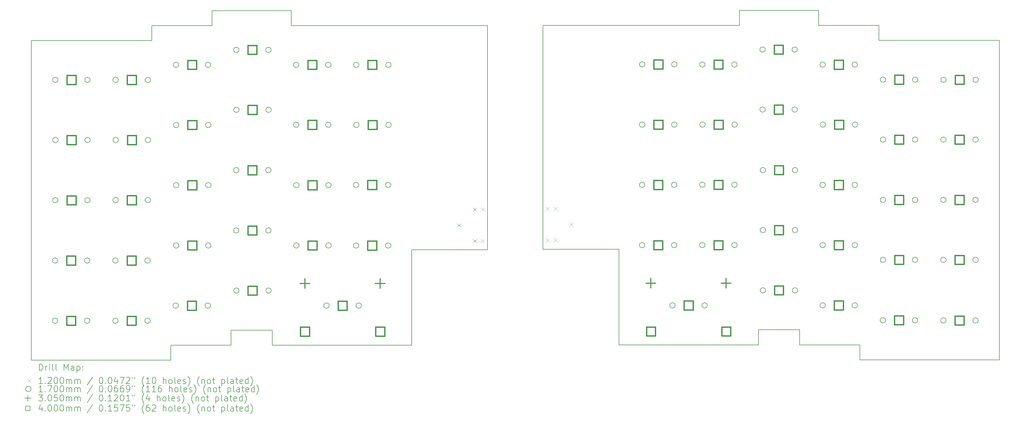
<source format=gbr>
%TF.GenerationSoftware,KiCad,Pcbnew,9.0.2*%
%TF.CreationDate,2025-05-23T18:36:56-06:00*%
%TF.ProjectId,Colette,436f6c65-7474-4652-9e6b-696361645f70,rev?*%
%TF.SameCoordinates,Original*%
%TF.FileFunction,Drillmap*%
%TF.FilePolarity,Positive*%
%FSLAX45Y45*%
G04 Gerber Fmt 4.5, Leading zero omitted, Abs format (unit mm)*
G04 Created by KiCad (PCBNEW 9.0.2) date 2025-05-23 18:36:56*
%MOMM*%
%LPD*%
G01*
G04 APERTURE LIST*
%ADD10C,0.200000*%
%ADD11C,0.120000*%
%ADD12C,0.170000*%
%ADD13C,0.305000*%
%ADD14C,0.400000*%
G04 APERTURE END LIST*
D10*
X10320000Y-13823750D02*
X10320000Y-13347500D01*
X10320000Y-13347500D02*
X9015000Y-13347500D01*
X8415000Y-3222500D02*
X10920000Y-3222500D01*
X9015000Y-13347500D02*
X9015000Y-13823750D01*
X2700000Y-4175000D02*
X2700000Y-14300000D01*
X14730000Y-13823750D02*
X10320000Y-13823750D01*
X25691500Y-13812500D02*
X25691500Y-13336250D01*
X29501500Y-3687500D02*
X27596500Y-3687500D01*
X17130000Y-3698750D02*
X17130000Y-10798750D01*
X29501500Y-4163750D02*
X29501500Y-3687500D01*
X26996500Y-13812500D02*
X28901500Y-13812500D01*
X25691500Y-13336250D02*
X26996500Y-13336250D01*
X21281500Y-10787500D02*
X21281500Y-13812500D01*
X17130000Y-10798750D02*
X14730000Y-10798750D01*
X9015000Y-13823750D02*
X7110000Y-13823750D01*
X33311500Y-4163750D02*
X29501500Y-4163750D01*
X6510000Y-4175000D02*
X6510000Y-3698750D01*
X10920000Y-3222500D02*
X10920000Y-3698750D01*
X25091500Y-3211250D02*
X25091500Y-3687500D01*
X28901500Y-14288750D02*
X33311500Y-14288750D01*
X28901500Y-13812500D02*
X28901500Y-14288750D01*
X6510000Y-3698750D02*
X8415000Y-3698750D01*
X7110000Y-14300000D02*
X2700000Y-14300000D01*
X10920000Y-3698750D02*
X17130000Y-3698750D01*
X7110000Y-13823750D02*
X7110000Y-14300000D01*
X2700000Y-4175000D02*
X6510000Y-4175000D01*
X18881500Y-10787500D02*
X21281500Y-10787500D01*
X27596500Y-3211250D02*
X25091500Y-3211250D01*
X14730000Y-10798750D02*
X14730000Y-13823750D01*
X27596500Y-3687500D02*
X27596500Y-3211250D01*
X18881500Y-3687500D02*
X18881500Y-10787500D01*
X21281500Y-13812500D02*
X25691500Y-13812500D01*
X26996500Y-13336250D02*
X26996500Y-13812500D01*
X25091500Y-3687500D02*
X18881500Y-3687500D01*
X33311500Y-4163750D02*
X33311500Y-14288750D01*
X8415000Y-3698750D02*
X8415000Y-3222500D01*
D11*
X16165000Y-9965000D02*
X16285000Y-10085000D01*
X16285000Y-9965000D02*
X16165000Y-10085000D01*
X16665000Y-9465000D02*
X16785000Y-9585000D01*
X16785000Y-9465000D02*
X16665000Y-9585000D01*
X16665000Y-10465000D02*
X16785000Y-10585000D01*
X16785000Y-10465000D02*
X16665000Y-10585000D01*
X16915000Y-9465000D02*
X17035000Y-9585000D01*
X17035000Y-9465000D02*
X16915000Y-9585000D01*
X16915000Y-10465000D02*
X17035000Y-10585000D01*
X17035000Y-10465000D02*
X16915000Y-10585000D01*
X18965000Y-9440000D02*
X19085000Y-9560000D01*
X19085000Y-9440000D02*
X18965000Y-9560000D01*
X18965000Y-10440000D02*
X19085000Y-10560000D01*
X19085000Y-10440000D02*
X18965000Y-10560000D01*
X19215000Y-9440000D02*
X19335000Y-9560000D01*
X19335000Y-9440000D02*
X19215000Y-9560000D01*
X19215000Y-10440000D02*
X19335000Y-10560000D01*
X19335000Y-10440000D02*
X19215000Y-10560000D01*
X19715000Y-9940000D02*
X19835000Y-10060000D01*
X19835000Y-9940000D02*
X19715000Y-10060000D01*
D12*
X3535000Y-11140000D02*
G75*
G02*
X3365000Y-11140000I-85000J0D01*
G01*
X3365000Y-11140000D02*
G75*
G02*
X3535000Y-11140000I85000J0D01*
G01*
X3535000Y-13050000D02*
G75*
G02*
X3365000Y-13050000I-85000J0D01*
G01*
X3365000Y-13050000D02*
G75*
G02*
X3535000Y-13050000I85000J0D01*
G01*
X3545000Y-5416000D02*
G75*
G02*
X3375000Y-5416000I-85000J0D01*
G01*
X3375000Y-5416000D02*
G75*
G02*
X3545000Y-5416000I85000J0D01*
G01*
X3545000Y-7320000D02*
G75*
G02*
X3375000Y-7320000I-85000J0D01*
G01*
X3375000Y-7320000D02*
G75*
G02*
X3545000Y-7320000I85000J0D01*
G01*
X3545000Y-9230000D02*
G75*
G02*
X3375000Y-9230000I-85000J0D01*
G01*
X3375000Y-9230000D02*
G75*
G02*
X3545000Y-9230000I85000J0D01*
G01*
X4551000Y-11140000D02*
G75*
G02*
X4381000Y-11140000I-85000J0D01*
G01*
X4381000Y-11140000D02*
G75*
G02*
X4551000Y-11140000I85000J0D01*
G01*
X4551000Y-13050000D02*
G75*
G02*
X4381000Y-13050000I-85000J0D01*
G01*
X4381000Y-13050000D02*
G75*
G02*
X4551000Y-13050000I85000J0D01*
G01*
X4561000Y-5416000D02*
G75*
G02*
X4391000Y-5416000I-85000J0D01*
G01*
X4391000Y-5416000D02*
G75*
G02*
X4561000Y-5416000I85000J0D01*
G01*
X4561000Y-7320000D02*
G75*
G02*
X4391000Y-7320000I-85000J0D01*
G01*
X4391000Y-7320000D02*
G75*
G02*
X4561000Y-7320000I85000J0D01*
G01*
X4561000Y-9230000D02*
G75*
G02*
X4391000Y-9230000I-85000J0D01*
G01*
X4391000Y-9230000D02*
G75*
G02*
X4561000Y-9230000I85000J0D01*
G01*
X5445000Y-11140000D02*
G75*
G02*
X5275000Y-11140000I-85000J0D01*
G01*
X5275000Y-11140000D02*
G75*
G02*
X5445000Y-11140000I85000J0D01*
G01*
X5445000Y-13050000D02*
G75*
G02*
X5275000Y-13050000I-85000J0D01*
G01*
X5275000Y-13050000D02*
G75*
G02*
X5445000Y-13050000I85000J0D01*
G01*
X5450000Y-5416000D02*
G75*
G02*
X5280000Y-5416000I-85000J0D01*
G01*
X5280000Y-5416000D02*
G75*
G02*
X5450000Y-5416000I85000J0D01*
G01*
X5450000Y-9226000D02*
G75*
G02*
X5280000Y-9226000I-85000J0D01*
G01*
X5280000Y-9226000D02*
G75*
G02*
X5450000Y-9226000I85000J0D01*
G01*
X5455000Y-7320000D02*
G75*
G02*
X5285000Y-7320000I-85000J0D01*
G01*
X5285000Y-7320000D02*
G75*
G02*
X5455000Y-7320000I85000J0D01*
G01*
X6461000Y-11140000D02*
G75*
G02*
X6291000Y-11140000I-85000J0D01*
G01*
X6291000Y-11140000D02*
G75*
G02*
X6461000Y-11140000I85000J0D01*
G01*
X6461000Y-13050000D02*
G75*
G02*
X6291000Y-13050000I-85000J0D01*
G01*
X6291000Y-13050000D02*
G75*
G02*
X6461000Y-13050000I85000J0D01*
G01*
X6466000Y-5416000D02*
G75*
G02*
X6296000Y-5416000I-85000J0D01*
G01*
X6296000Y-5416000D02*
G75*
G02*
X6466000Y-5416000I85000J0D01*
G01*
X6466000Y-9226000D02*
G75*
G02*
X6296000Y-9226000I-85000J0D01*
G01*
X6296000Y-9226000D02*
G75*
G02*
X6466000Y-9226000I85000J0D01*
G01*
X6471000Y-7320000D02*
G75*
G02*
X6301000Y-7320000I-85000J0D01*
G01*
X6301000Y-7320000D02*
G75*
G02*
X6471000Y-7320000I85000J0D01*
G01*
X7350000Y-12569750D02*
G75*
G02*
X7180000Y-12569750I-85000J0D01*
G01*
X7180000Y-12569750D02*
G75*
G02*
X7350000Y-12569750I85000J0D01*
G01*
X7360000Y-4939750D02*
G75*
G02*
X7190000Y-4939750I-85000J0D01*
G01*
X7190000Y-4939750D02*
G75*
G02*
X7360000Y-4939750I85000J0D01*
G01*
X7365000Y-6843750D02*
G75*
G02*
X7195000Y-6843750I-85000J0D01*
G01*
X7195000Y-6843750D02*
G75*
G02*
X7365000Y-6843750I85000J0D01*
G01*
X7365000Y-8753750D02*
G75*
G02*
X7195000Y-8753750I-85000J0D01*
G01*
X7195000Y-8753750D02*
G75*
G02*
X7365000Y-8753750I85000J0D01*
G01*
X7365000Y-10663750D02*
G75*
G02*
X7195000Y-10663750I-85000J0D01*
G01*
X7195000Y-10663750D02*
G75*
G02*
X7365000Y-10663750I85000J0D01*
G01*
X8366000Y-12569750D02*
G75*
G02*
X8196000Y-12569750I-85000J0D01*
G01*
X8196000Y-12569750D02*
G75*
G02*
X8366000Y-12569750I85000J0D01*
G01*
X8376000Y-4939750D02*
G75*
G02*
X8206000Y-4939750I-85000J0D01*
G01*
X8206000Y-4939750D02*
G75*
G02*
X8376000Y-4939750I85000J0D01*
G01*
X8381000Y-6843750D02*
G75*
G02*
X8211000Y-6843750I-85000J0D01*
G01*
X8211000Y-6843750D02*
G75*
G02*
X8381000Y-6843750I85000J0D01*
G01*
X8381000Y-8753750D02*
G75*
G02*
X8211000Y-8753750I-85000J0D01*
G01*
X8211000Y-8753750D02*
G75*
G02*
X8381000Y-8753750I85000J0D01*
G01*
X8381000Y-10663750D02*
G75*
G02*
X8211000Y-10663750I-85000J0D01*
G01*
X8211000Y-10663750D02*
G75*
G02*
X8381000Y-10663750I85000J0D01*
G01*
X9265000Y-8277500D02*
G75*
G02*
X9095000Y-8277500I-85000J0D01*
G01*
X9095000Y-8277500D02*
G75*
G02*
X9265000Y-8277500I85000J0D01*
G01*
X9265000Y-10187500D02*
G75*
G02*
X9095000Y-10187500I-85000J0D01*
G01*
X9095000Y-10187500D02*
G75*
G02*
X9265000Y-10187500I85000J0D01*
G01*
X9267000Y-4463500D02*
G75*
G02*
X9097000Y-4463500I-85000J0D01*
G01*
X9097000Y-4463500D02*
G75*
G02*
X9267000Y-4463500I85000J0D01*
G01*
X9270000Y-6363500D02*
G75*
G02*
X9100000Y-6363500I-85000J0D01*
G01*
X9100000Y-6363500D02*
G75*
G02*
X9270000Y-6363500I85000J0D01*
G01*
X9270000Y-12093500D02*
G75*
G02*
X9100000Y-12093500I-85000J0D01*
G01*
X9100000Y-12093500D02*
G75*
G02*
X9270000Y-12093500I85000J0D01*
G01*
X10281000Y-8277500D02*
G75*
G02*
X10111000Y-8277500I-85000J0D01*
G01*
X10111000Y-8277500D02*
G75*
G02*
X10281000Y-8277500I85000J0D01*
G01*
X10281000Y-10187500D02*
G75*
G02*
X10111000Y-10187500I-85000J0D01*
G01*
X10111000Y-10187500D02*
G75*
G02*
X10281000Y-10187500I85000J0D01*
G01*
X10283000Y-4463500D02*
G75*
G02*
X10113000Y-4463500I-85000J0D01*
G01*
X10113000Y-4463500D02*
G75*
G02*
X10283000Y-4463500I85000J0D01*
G01*
X10286000Y-6363500D02*
G75*
G02*
X10116000Y-6363500I-85000J0D01*
G01*
X10116000Y-6363500D02*
G75*
G02*
X10286000Y-6363500I85000J0D01*
G01*
X10286000Y-12093500D02*
G75*
G02*
X10116000Y-12093500I-85000J0D01*
G01*
X10116000Y-12093500D02*
G75*
G02*
X10286000Y-12093500I85000J0D01*
G01*
X11160000Y-4939750D02*
G75*
G02*
X10990000Y-4939750I-85000J0D01*
G01*
X10990000Y-4939750D02*
G75*
G02*
X11160000Y-4939750I85000J0D01*
G01*
X11160000Y-6839750D02*
G75*
G02*
X10990000Y-6839750I-85000J0D01*
G01*
X10990000Y-6839750D02*
G75*
G02*
X11160000Y-6839750I85000J0D01*
G01*
X11165000Y-8753750D02*
G75*
G02*
X10995000Y-8753750I-85000J0D01*
G01*
X10995000Y-8753750D02*
G75*
G02*
X11165000Y-8753750I85000J0D01*
G01*
X11165000Y-10663750D02*
G75*
G02*
X10995000Y-10663750I-85000J0D01*
G01*
X10995000Y-10663750D02*
G75*
G02*
X11165000Y-10663750I85000J0D01*
G01*
X12120000Y-12569750D02*
G75*
G02*
X11950000Y-12569750I-85000J0D01*
G01*
X11950000Y-12569750D02*
G75*
G02*
X12120000Y-12569750I85000J0D01*
G01*
X12176000Y-4939750D02*
G75*
G02*
X12006000Y-4939750I-85000J0D01*
G01*
X12006000Y-4939750D02*
G75*
G02*
X12176000Y-4939750I85000J0D01*
G01*
X12176000Y-6839750D02*
G75*
G02*
X12006000Y-6839750I-85000J0D01*
G01*
X12006000Y-6839750D02*
G75*
G02*
X12176000Y-6839750I85000J0D01*
G01*
X12181000Y-8753750D02*
G75*
G02*
X12011000Y-8753750I-85000J0D01*
G01*
X12011000Y-8753750D02*
G75*
G02*
X12181000Y-8753750I85000J0D01*
G01*
X12181000Y-10663750D02*
G75*
G02*
X12011000Y-10663750I-85000J0D01*
G01*
X12011000Y-10663750D02*
G75*
G02*
X12181000Y-10663750I85000J0D01*
G01*
X13055000Y-8743750D02*
G75*
G02*
X12885000Y-8743750I-85000J0D01*
G01*
X12885000Y-8743750D02*
G75*
G02*
X13055000Y-8743750I85000J0D01*
G01*
X13055000Y-10665750D02*
G75*
G02*
X12885000Y-10665750I-85000J0D01*
G01*
X12885000Y-10665750D02*
G75*
G02*
X13055000Y-10665750I85000J0D01*
G01*
X13060000Y-4939750D02*
G75*
G02*
X12890000Y-4939750I-85000J0D01*
G01*
X12890000Y-4939750D02*
G75*
G02*
X13060000Y-4939750I85000J0D01*
G01*
X13065000Y-6843750D02*
G75*
G02*
X12895000Y-6843750I-85000J0D01*
G01*
X12895000Y-6843750D02*
G75*
G02*
X13065000Y-6843750I85000J0D01*
G01*
X13136000Y-12569750D02*
G75*
G02*
X12966000Y-12569750I-85000J0D01*
G01*
X12966000Y-12569750D02*
G75*
G02*
X13136000Y-12569750I85000J0D01*
G01*
X14071000Y-8743750D02*
G75*
G02*
X13901000Y-8743750I-85000J0D01*
G01*
X13901000Y-8743750D02*
G75*
G02*
X14071000Y-8743750I85000J0D01*
G01*
X14071000Y-10665750D02*
G75*
G02*
X13901000Y-10665750I-85000J0D01*
G01*
X13901000Y-10665750D02*
G75*
G02*
X14071000Y-10665750I85000J0D01*
G01*
X14076000Y-4939750D02*
G75*
G02*
X13906000Y-4939750I-85000J0D01*
G01*
X13906000Y-4939750D02*
G75*
G02*
X14076000Y-4939750I85000J0D01*
G01*
X14081000Y-6843750D02*
G75*
G02*
X13911000Y-6843750I-85000J0D01*
G01*
X13911000Y-6843750D02*
G75*
G02*
X14081000Y-6843750I85000J0D01*
G01*
X22100500Y-8742500D02*
G75*
G02*
X21930500Y-8742500I-85000J0D01*
G01*
X21930500Y-8742500D02*
G75*
G02*
X22100500Y-8742500I85000J0D01*
G01*
X22100500Y-10652500D02*
G75*
G02*
X21930500Y-10652500I-85000J0D01*
G01*
X21930500Y-10652500D02*
G75*
G02*
X22100500Y-10652500I85000J0D01*
G01*
X22104500Y-4924500D02*
G75*
G02*
X21934500Y-4924500I-85000J0D01*
G01*
X21934500Y-4924500D02*
G75*
G02*
X22104500Y-4924500I85000J0D01*
G01*
X22104500Y-6834500D02*
G75*
G02*
X21934500Y-6834500I-85000J0D01*
G01*
X21934500Y-6834500D02*
G75*
G02*
X22104500Y-6834500I85000J0D01*
G01*
X23060500Y-12562500D02*
G75*
G02*
X22890500Y-12562500I-85000J0D01*
G01*
X22890500Y-12562500D02*
G75*
G02*
X23060500Y-12562500I85000J0D01*
G01*
X23116500Y-8742500D02*
G75*
G02*
X22946500Y-8742500I-85000J0D01*
G01*
X22946500Y-8742500D02*
G75*
G02*
X23116500Y-8742500I85000J0D01*
G01*
X23116500Y-10652500D02*
G75*
G02*
X22946500Y-10652500I-85000J0D01*
G01*
X22946500Y-10652500D02*
G75*
G02*
X23116500Y-10652500I85000J0D01*
G01*
X23120500Y-4924500D02*
G75*
G02*
X22950500Y-4924500I-85000J0D01*
G01*
X22950500Y-4924500D02*
G75*
G02*
X23120500Y-4924500I85000J0D01*
G01*
X23120500Y-6834500D02*
G75*
G02*
X22950500Y-6834500I-85000J0D01*
G01*
X22950500Y-6834500D02*
G75*
G02*
X23120500Y-6834500I85000J0D01*
G01*
X24005500Y-4928500D02*
G75*
G02*
X23835500Y-4928500I-85000J0D01*
G01*
X23835500Y-4928500D02*
G75*
G02*
X24005500Y-4928500I85000J0D01*
G01*
X24005500Y-8738500D02*
G75*
G02*
X23835500Y-8738500I-85000J0D01*
G01*
X23835500Y-8738500D02*
G75*
G02*
X24005500Y-8738500I85000J0D01*
G01*
X24005500Y-10652500D02*
G75*
G02*
X23835500Y-10652500I-85000J0D01*
G01*
X23835500Y-10652500D02*
G75*
G02*
X24005500Y-10652500I85000J0D01*
G01*
X24010500Y-6832500D02*
G75*
G02*
X23840500Y-6832500I-85000J0D01*
G01*
X23840500Y-6832500D02*
G75*
G02*
X24010500Y-6832500I85000J0D01*
G01*
X24076500Y-12562500D02*
G75*
G02*
X23906500Y-12562500I-85000J0D01*
G01*
X23906500Y-12562500D02*
G75*
G02*
X24076500Y-12562500I85000J0D01*
G01*
X25021500Y-4928500D02*
G75*
G02*
X24851500Y-4928500I-85000J0D01*
G01*
X24851500Y-4928500D02*
G75*
G02*
X25021500Y-4928500I85000J0D01*
G01*
X25021500Y-8738500D02*
G75*
G02*
X24851500Y-8738500I-85000J0D01*
G01*
X24851500Y-8738500D02*
G75*
G02*
X25021500Y-8738500I85000J0D01*
G01*
X25021500Y-10652500D02*
G75*
G02*
X24851500Y-10652500I-85000J0D01*
G01*
X24851500Y-10652500D02*
G75*
G02*
X25021500Y-10652500I85000J0D01*
G01*
X25026500Y-6832500D02*
G75*
G02*
X24856500Y-6832500I-85000J0D01*
G01*
X24856500Y-6832500D02*
G75*
G02*
X25026500Y-6832500I85000J0D01*
G01*
X25910500Y-4456250D02*
G75*
G02*
X25740500Y-4456250I-85000J0D01*
G01*
X25740500Y-4456250D02*
G75*
G02*
X25910500Y-4456250I85000J0D01*
G01*
X25910500Y-6356250D02*
G75*
G02*
X25740500Y-6356250I-85000J0D01*
G01*
X25740500Y-6356250D02*
G75*
G02*
X25910500Y-6356250I85000J0D01*
G01*
X25920500Y-8276250D02*
G75*
G02*
X25750500Y-8276250I-85000J0D01*
G01*
X25750500Y-8276250D02*
G75*
G02*
X25920500Y-8276250I85000J0D01*
G01*
X25920500Y-10176250D02*
G75*
G02*
X25750500Y-10176250I-85000J0D01*
G01*
X25750500Y-10176250D02*
G75*
G02*
X25920500Y-10176250I85000J0D01*
G01*
X25920500Y-12086250D02*
G75*
G02*
X25750500Y-12086250I-85000J0D01*
G01*
X25750500Y-12086250D02*
G75*
G02*
X25920500Y-12086250I85000J0D01*
G01*
X26926500Y-4456250D02*
G75*
G02*
X26756500Y-4456250I-85000J0D01*
G01*
X26756500Y-4456250D02*
G75*
G02*
X26926500Y-4456250I85000J0D01*
G01*
X26926500Y-6356250D02*
G75*
G02*
X26756500Y-6356250I-85000J0D01*
G01*
X26756500Y-6356250D02*
G75*
G02*
X26926500Y-6356250I85000J0D01*
G01*
X26936500Y-8276250D02*
G75*
G02*
X26766500Y-8276250I-85000J0D01*
G01*
X26766500Y-8276250D02*
G75*
G02*
X26936500Y-8276250I85000J0D01*
G01*
X26936500Y-10176250D02*
G75*
G02*
X26766500Y-10176250I-85000J0D01*
G01*
X26766500Y-10176250D02*
G75*
G02*
X26936500Y-10176250I85000J0D01*
G01*
X26936500Y-12086250D02*
G75*
G02*
X26766500Y-12086250I-85000J0D01*
G01*
X26766500Y-12086250D02*
G75*
G02*
X26936500Y-12086250I85000J0D01*
G01*
X27810500Y-4932500D02*
G75*
G02*
X27640500Y-4932500I-85000J0D01*
G01*
X27640500Y-4932500D02*
G75*
G02*
X27810500Y-4932500I85000J0D01*
G01*
X27810500Y-8742500D02*
G75*
G02*
X27640500Y-8742500I-85000J0D01*
G01*
X27640500Y-8742500D02*
G75*
G02*
X27810500Y-8742500I85000J0D01*
G01*
X27810500Y-10652500D02*
G75*
G02*
X27640500Y-10652500I-85000J0D01*
G01*
X27640500Y-10652500D02*
G75*
G02*
X27810500Y-10652500I85000J0D01*
G01*
X27810500Y-12562500D02*
G75*
G02*
X27640500Y-12562500I-85000J0D01*
G01*
X27640500Y-12562500D02*
G75*
G02*
X27810500Y-12562500I85000J0D01*
G01*
X27820500Y-6832500D02*
G75*
G02*
X27650500Y-6832500I-85000J0D01*
G01*
X27650500Y-6832500D02*
G75*
G02*
X27820500Y-6832500I85000J0D01*
G01*
X28826500Y-4932500D02*
G75*
G02*
X28656500Y-4932500I-85000J0D01*
G01*
X28656500Y-4932500D02*
G75*
G02*
X28826500Y-4932500I85000J0D01*
G01*
X28826500Y-8742500D02*
G75*
G02*
X28656500Y-8742500I-85000J0D01*
G01*
X28656500Y-8742500D02*
G75*
G02*
X28826500Y-8742500I85000J0D01*
G01*
X28826500Y-10652500D02*
G75*
G02*
X28656500Y-10652500I-85000J0D01*
G01*
X28656500Y-10652500D02*
G75*
G02*
X28826500Y-10652500I85000J0D01*
G01*
X28826500Y-12562500D02*
G75*
G02*
X28656500Y-12562500I-85000J0D01*
G01*
X28656500Y-12562500D02*
G75*
G02*
X28826500Y-12562500I85000J0D01*
G01*
X28836500Y-6832500D02*
G75*
G02*
X28666500Y-6832500I-85000J0D01*
G01*
X28666500Y-6832500D02*
G75*
G02*
X28836500Y-6832500I85000J0D01*
G01*
X29715500Y-13034750D02*
G75*
G02*
X29545500Y-13034750I-85000J0D01*
G01*
X29545500Y-13034750D02*
G75*
G02*
X29715500Y-13034750I85000J0D01*
G01*
X29720500Y-5408750D02*
G75*
G02*
X29550500Y-5408750I-85000J0D01*
G01*
X29550500Y-5408750D02*
G75*
G02*
X29720500Y-5408750I85000J0D01*
G01*
X29720500Y-7308750D02*
G75*
G02*
X29550500Y-7308750I-85000J0D01*
G01*
X29550500Y-7308750D02*
G75*
G02*
X29720500Y-7308750I85000J0D01*
G01*
X29720500Y-9218750D02*
G75*
G02*
X29550500Y-9218750I-85000J0D01*
G01*
X29550500Y-9218750D02*
G75*
G02*
X29720500Y-9218750I85000J0D01*
G01*
X29720500Y-11118750D02*
G75*
G02*
X29550500Y-11118750I-85000J0D01*
G01*
X29550500Y-11118750D02*
G75*
G02*
X29720500Y-11118750I85000J0D01*
G01*
X30731500Y-13034750D02*
G75*
G02*
X30561500Y-13034750I-85000J0D01*
G01*
X30561500Y-13034750D02*
G75*
G02*
X30731500Y-13034750I85000J0D01*
G01*
X30736500Y-5408750D02*
G75*
G02*
X30566500Y-5408750I-85000J0D01*
G01*
X30566500Y-5408750D02*
G75*
G02*
X30736500Y-5408750I85000J0D01*
G01*
X30736500Y-7308750D02*
G75*
G02*
X30566500Y-7308750I-85000J0D01*
G01*
X30566500Y-7308750D02*
G75*
G02*
X30736500Y-7308750I85000J0D01*
G01*
X30736500Y-9218750D02*
G75*
G02*
X30566500Y-9218750I-85000J0D01*
G01*
X30566500Y-9218750D02*
G75*
G02*
X30736500Y-9218750I85000J0D01*
G01*
X30736500Y-11118750D02*
G75*
G02*
X30566500Y-11118750I-85000J0D01*
G01*
X30566500Y-11118750D02*
G75*
G02*
X30736500Y-11118750I85000J0D01*
G01*
X31630500Y-7308750D02*
G75*
G02*
X31460500Y-7308750I-85000J0D01*
G01*
X31460500Y-7308750D02*
G75*
G02*
X31630500Y-7308750I85000J0D01*
G01*
X31630500Y-9218750D02*
G75*
G02*
X31460500Y-9218750I-85000J0D01*
G01*
X31460500Y-9218750D02*
G75*
G02*
X31630500Y-9218750I85000J0D01*
G01*
X31630500Y-11118750D02*
G75*
G02*
X31460500Y-11118750I-85000J0D01*
G01*
X31460500Y-11118750D02*
G75*
G02*
X31630500Y-11118750I85000J0D01*
G01*
X31630500Y-13038750D02*
G75*
G02*
X31460500Y-13038750I-85000J0D01*
G01*
X31460500Y-13038750D02*
G75*
G02*
X31630500Y-13038750I85000J0D01*
G01*
X31635500Y-5414750D02*
G75*
G02*
X31465500Y-5414750I-85000J0D01*
G01*
X31465500Y-5414750D02*
G75*
G02*
X31635500Y-5414750I85000J0D01*
G01*
X32646500Y-7308750D02*
G75*
G02*
X32476500Y-7308750I-85000J0D01*
G01*
X32476500Y-7308750D02*
G75*
G02*
X32646500Y-7308750I85000J0D01*
G01*
X32646500Y-9218750D02*
G75*
G02*
X32476500Y-9218750I-85000J0D01*
G01*
X32476500Y-9218750D02*
G75*
G02*
X32646500Y-9218750I85000J0D01*
G01*
X32646500Y-11118750D02*
G75*
G02*
X32476500Y-11118750I-85000J0D01*
G01*
X32476500Y-11118750D02*
G75*
G02*
X32646500Y-11118750I85000J0D01*
G01*
X32646500Y-13038750D02*
G75*
G02*
X32476500Y-13038750I-85000J0D01*
G01*
X32476500Y-13038750D02*
G75*
G02*
X32646500Y-13038750I85000J0D01*
G01*
X32651500Y-5414750D02*
G75*
G02*
X32481500Y-5414750I-85000J0D01*
G01*
X32481500Y-5414750D02*
G75*
G02*
X32651500Y-5414750I85000J0D01*
G01*
D13*
X11353000Y-11717250D02*
X11353000Y-12022250D01*
X11200500Y-11869750D02*
X11505500Y-11869750D01*
X13733000Y-11717250D02*
X13733000Y-12022250D01*
X13580500Y-11869750D02*
X13885500Y-11869750D01*
X22293500Y-11710000D02*
X22293500Y-12015000D01*
X22141000Y-11862500D02*
X22446000Y-11862500D01*
X24673500Y-11710000D02*
X24673500Y-12015000D01*
X24521000Y-11862500D02*
X24826000Y-11862500D01*
D14*
X4099423Y-11281423D02*
X4099423Y-10998577D01*
X3816577Y-10998577D01*
X3816577Y-11281423D01*
X4099423Y-11281423D01*
X4099423Y-13191423D02*
X4099423Y-12908577D01*
X3816577Y-12908577D01*
X3816577Y-13191423D01*
X4099423Y-13191423D01*
X4109423Y-5557423D02*
X4109423Y-5274577D01*
X3826577Y-5274577D01*
X3826577Y-5557423D01*
X4109423Y-5557423D01*
X4109423Y-7461423D02*
X4109423Y-7178577D01*
X3826577Y-7178577D01*
X3826577Y-7461423D01*
X4109423Y-7461423D01*
X4109423Y-9371423D02*
X4109423Y-9088577D01*
X3826577Y-9088577D01*
X3826577Y-9371423D01*
X4109423Y-9371423D01*
X6009423Y-11281423D02*
X6009423Y-10998577D01*
X5726577Y-10998577D01*
X5726577Y-11281423D01*
X6009423Y-11281423D01*
X6009423Y-13191423D02*
X6009423Y-12908577D01*
X5726577Y-12908577D01*
X5726577Y-13191423D01*
X6009423Y-13191423D01*
X6014423Y-5557423D02*
X6014423Y-5274577D01*
X5731577Y-5274577D01*
X5731577Y-5557423D01*
X6014423Y-5557423D01*
X6014423Y-9367423D02*
X6014423Y-9084577D01*
X5731577Y-9084577D01*
X5731577Y-9367423D01*
X6014423Y-9367423D01*
X6019423Y-7461423D02*
X6019423Y-7178577D01*
X5736577Y-7178577D01*
X5736577Y-7461423D01*
X6019423Y-7461423D01*
X7914423Y-12711173D02*
X7914423Y-12428327D01*
X7631577Y-12428327D01*
X7631577Y-12711173D01*
X7914423Y-12711173D01*
X7924423Y-5081173D02*
X7924423Y-4798327D01*
X7641577Y-4798327D01*
X7641577Y-5081173D01*
X7924423Y-5081173D01*
X7929423Y-6985173D02*
X7929423Y-6702327D01*
X7646577Y-6702327D01*
X7646577Y-6985173D01*
X7929423Y-6985173D01*
X7929423Y-8895173D02*
X7929423Y-8612327D01*
X7646577Y-8612327D01*
X7646577Y-8895173D01*
X7929423Y-8895173D01*
X7929423Y-10805173D02*
X7929423Y-10522327D01*
X7646577Y-10522327D01*
X7646577Y-10805173D01*
X7929423Y-10805173D01*
X9829423Y-8418923D02*
X9829423Y-8136077D01*
X9546577Y-8136077D01*
X9546577Y-8418923D01*
X9829423Y-8418923D01*
X9829423Y-10328923D02*
X9829423Y-10046077D01*
X9546577Y-10046077D01*
X9546577Y-10328923D01*
X9829423Y-10328923D01*
X9831423Y-4604923D02*
X9831423Y-4322077D01*
X9548577Y-4322077D01*
X9548577Y-4604923D01*
X9831423Y-4604923D01*
X9834423Y-6504923D02*
X9834423Y-6222077D01*
X9551577Y-6222077D01*
X9551577Y-6504923D01*
X9834423Y-6504923D01*
X9834423Y-12234923D02*
X9834423Y-11952077D01*
X9551577Y-11952077D01*
X9551577Y-12234923D01*
X9834423Y-12234923D01*
X11494423Y-13535173D02*
X11494423Y-13252327D01*
X11211577Y-13252327D01*
X11211577Y-13535173D01*
X11494423Y-13535173D01*
X11724423Y-5081173D02*
X11724423Y-4798327D01*
X11441577Y-4798327D01*
X11441577Y-5081173D01*
X11724423Y-5081173D01*
X11724423Y-6981173D02*
X11724423Y-6698327D01*
X11441577Y-6698327D01*
X11441577Y-6981173D01*
X11724423Y-6981173D01*
X11729423Y-8895173D02*
X11729423Y-8612327D01*
X11446577Y-8612327D01*
X11446577Y-8895173D01*
X11729423Y-8895173D01*
X11729423Y-10805173D02*
X11729423Y-10522327D01*
X11446577Y-10522327D01*
X11446577Y-10805173D01*
X11729423Y-10805173D01*
X12684423Y-12711173D02*
X12684423Y-12428327D01*
X12401577Y-12428327D01*
X12401577Y-12711173D01*
X12684423Y-12711173D01*
X13619423Y-8885173D02*
X13619423Y-8602327D01*
X13336577Y-8602327D01*
X13336577Y-8885173D01*
X13619423Y-8885173D01*
X13619423Y-10807173D02*
X13619423Y-10524327D01*
X13336577Y-10524327D01*
X13336577Y-10807173D01*
X13619423Y-10807173D01*
X13624423Y-5081173D02*
X13624423Y-4798327D01*
X13341577Y-4798327D01*
X13341577Y-5081173D01*
X13624423Y-5081173D01*
X13629423Y-6985173D02*
X13629423Y-6702327D01*
X13346577Y-6702327D01*
X13346577Y-6985173D01*
X13629423Y-6985173D01*
X13874423Y-13535173D02*
X13874423Y-13252327D01*
X13591577Y-13252327D01*
X13591577Y-13535173D01*
X13874423Y-13535173D01*
X22434923Y-13527923D02*
X22434923Y-13245077D01*
X22152077Y-13245077D01*
X22152077Y-13527923D01*
X22434923Y-13527923D01*
X22664923Y-8883923D02*
X22664923Y-8601077D01*
X22382077Y-8601077D01*
X22382077Y-8883923D01*
X22664923Y-8883923D01*
X22664923Y-10793923D02*
X22664923Y-10511077D01*
X22382077Y-10511077D01*
X22382077Y-10793923D01*
X22664923Y-10793923D01*
X22668923Y-5065923D02*
X22668923Y-4783077D01*
X22386077Y-4783077D01*
X22386077Y-5065923D01*
X22668923Y-5065923D01*
X22668923Y-6975923D02*
X22668923Y-6693077D01*
X22386077Y-6693077D01*
X22386077Y-6975923D01*
X22668923Y-6975923D01*
X23624923Y-12703923D02*
X23624923Y-12421077D01*
X23342077Y-12421077D01*
X23342077Y-12703923D01*
X23624923Y-12703923D01*
X24569923Y-5069923D02*
X24569923Y-4787077D01*
X24287077Y-4787077D01*
X24287077Y-5069923D01*
X24569923Y-5069923D01*
X24569923Y-8879923D02*
X24569923Y-8597077D01*
X24287077Y-8597077D01*
X24287077Y-8879923D01*
X24569923Y-8879923D01*
X24569923Y-10793923D02*
X24569923Y-10511077D01*
X24287077Y-10511077D01*
X24287077Y-10793923D01*
X24569923Y-10793923D01*
X24574923Y-6973923D02*
X24574923Y-6691077D01*
X24292077Y-6691077D01*
X24292077Y-6973923D01*
X24574923Y-6973923D01*
X24814923Y-13527923D02*
X24814923Y-13245077D01*
X24532077Y-13245077D01*
X24532077Y-13527923D01*
X24814923Y-13527923D01*
X26474923Y-4597673D02*
X26474923Y-4314827D01*
X26192077Y-4314827D01*
X26192077Y-4597673D01*
X26474923Y-4597673D01*
X26474923Y-6497673D02*
X26474923Y-6214827D01*
X26192077Y-6214827D01*
X26192077Y-6497673D01*
X26474923Y-6497673D01*
X26484923Y-8417673D02*
X26484923Y-8134827D01*
X26202077Y-8134827D01*
X26202077Y-8417673D01*
X26484923Y-8417673D01*
X26484923Y-10317673D02*
X26484923Y-10034827D01*
X26202077Y-10034827D01*
X26202077Y-10317673D01*
X26484923Y-10317673D01*
X26484923Y-12227673D02*
X26484923Y-11944827D01*
X26202077Y-11944827D01*
X26202077Y-12227673D01*
X26484923Y-12227673D01*
X28374923Y-5073923D02*
X28374923Y-4791077D01*
X28092077Y-4791077D01*
X28092077Y-5073923D01*
X28374923Y-5073923D01*
X28374923Y-8883923D02*
X28374923Y-8601077D01*
X28092077Y-8601077D01*
X28092077Y-8883923D01*
X28374923Y-8883923D01*
X28374923Y-10793923D02*
X28374923Y-10511077D01*
X28092077Y-10511077D01*
X28092077Y-10793923D01*
X28374923Y-10793923D01*
X28374923Y-12703923D02*
X28374923Y-12421077D01*
X28092077Y-12421077D01*
X28092077Y-12703923D01*
X28374923Y-12703923D01*
X28384923Y-6973923D02*
X28384923Y-6691077D01*
X28102077Y-6691077D01*
X28102077Y-6973923D01*
X28384923Y-6973923D01*
X30279923Y-13176173D02*
X30279923Y-12893327D01*
X29997077Y-12893327D01*
X29997077Y-13176173D01*
X30279923Y-13176173D01*
X30284923Y-5550173D02*
X30284923Y-5267327D01*
X30002077Y-5267327D01*
X30002077Y-5550173D01*
X30284923Y-5550173D01*
X30284923Y-7450173D02*
X30284923Y-7167327D01*
X30002077Y-7167327D01*
X30002077Y-7450173D01*
X30284923Y-7450173D01*
X30284923Y-9360173D02*
X30284923Y-9077327D01*
X30002077Y-9077327D01*
X30002077Y-9360173D01*
X30284923Y-9360173D01*
X30284923Y-11260173D02*
X30284923Y-10977327D01*
X30002077Y-10977327D01*
X30002077Y-11260173D01*
X30284923Y-11260173D01*
X32194923Y-7450173D02*
X32194923Y-7167327D01*
X31912077Y-7167327D01*
X31912077Y-7450173D01*
X32194923Y-7450173D01*
X32194923Y-9360173D02*
X32194923Y-9077327D01*
X31912077Y-9077327D01*
X31912077Y-9360173D01*
X32194923Y-9360173D01*
X32194923Y-11260173D02*
X32194923Y-10977327D01*
X31912077Y-10977327D01*
X31912077Y-11260173D01*
X32194923Y-11260173D01*
X32194923Y-13180173D02*
X32194923Y-12897327D01*
X31912077Y-12897327D01*
X31912077Y-13180173D01*
X32194923Y-13180173D01*
X32199923Y-5556173D02*
X32199923Y-5273327D01*
X31917077Y-5273327D01*
X31917077Y-5556173D01*
X32199923Y-5556173D01*
D10*
X2950777Y-14621484D02*
X2950777Y-14421484D01*
X2950777Y-14421484D02*
X2998396Y-14421484D01*
X2998396Y-14421484D02*
X3026967Y-14431008D01*
X3026967Y-14431008D02*
X3046015Y-14450055D01*
X3046015Y-14450055D02*
X3055539Y-14469103D01*
X3055539Y-14469103D02*
X3065062Y-14507198D01*
X3065062Y-14507198D02*
X3065062Y-14535769D01*
X3065062Y-14535769D02*
X3055539Y-14573865D01*
X3055539Y-14573865D02*
X3046015Y-14592912D01*
X3046015Y-14592912D02*
X3026967Y-14611960D01*
X3026967Y-14611960D02*
X2998396Y-14621484D01*
X2998396Y-14621484D02*
X2950777Y-14621484D01*
X3150777Y-14621484D02*
X3150777Y-14488150D01*
X3150777Y-14526246D02*
X3160301Y-14507198D01*
X3160301Y-14507198D02*
X3169824Y-14497674D01*
X3169824Y-14497674D02*
X3188872Y-14488150D01*
X3188872Y-14488150D02*
X3207920Y-14488150D01*
X3274586Y-14621484D02*
X3274586Y-14488150D01*
X3274586Y-14421484D02*
X3265062Y-14431008D01*
X3265062Y-14431008D02*
X3274586Y-14440531D01*
X3274586Y-14440531D02*
X3284110Y-14431008D01*
X3284110Y-14431008D02*
X3274586Y-14421484D01*
X3274586Y-14421484D02*
X3274586Y-14440531D01*
X3398396Y-14621484D02*
X3379348Y-14611960D01*
X3379348Y-14611960D02*
X3369824Y-14592912D01*
X3369824Y-14592912D02*
X3369824Y-14421484D01*
X3503158Y-14621484D02*
X3484110Y-14611960D01*
X3484110Y-14611960D02*
X3474586Y-14592912D01*
X3474586Y-14592912D02*
X3474586Y-14421484D01*
X3731729Y-14621484D02*
X3731729Y-14421484D01*
X3731729Y-14421484D02*
X3798396Y-14564341D01*
X3798396Y-14564341D02*
X3865062Y-14421484D01*
X3865062Y-14421484D02*
X3865062Y-14621484D01*
X4046015Y-14621484D02*
X4046015Y-14516722D01*
X4046015Y-14516722D02*
X4036491Y-14497674D01*
X4036491Y-14497674D02*
X4017443Y-14488150D01*
X4017443Y-14488150D02*
X3979348Y-14488150D01*
X3979348Y-14488150D02*
X3960301Y-14497674D01*
X4046015Y-14611960D02*
X4026967Y-14621484D01*
X4026967Y-14621484D02*
X3979348Y-14621484D01*
X3979348Y-14621484D02*
X3960301Y-14611960D01*
X3960301Y-14611960D02*
X3950777Y-14592912D01*
X3950777Y-14592912D02*
X3950777Y-14573865D01*
X3950777Y-14573865D02*
X3960301Y-14554817D01*
X3960301Y-14554817D02*
X3979348Y-14545293D01*
X3979348Y-14545293D02*
X4026967Y-14545293D01*
X4026967Y-14545293D02*
X4046015Y-14535769D01*
X4141253Y-14488150D02*
X4141253Y-14688150D01*
X4141253Y-14497674D02*
X4160301Y-14488150D01*
X4160301Y-14488150D02*
X4198396Y-14488150D01*
X4198396Y-14488150D02*
X4217444Y-14497674D01*
X4217444Y-14497674D02*
X4226967Y-14507198D01*
X4226967Y-14507198D02*
X4236491Y-14526246D01*
X4236491Y-14526246D02*
X4236491Y-14583388D01*
X4236491Y-14583388D02*
X4226967Y-14602436D01*
X4226967Y-14602436D02*
X4217444Y-14611960D01*
X4217444Y-14611960D02*
X4198396Y-14621484D01*
X4198396Y-14621484D02*
X4160301Y-14621484D01*
X4160301Y-14621484D02*
X4141253Y-14611960D01*
X4322205Y-14602436D02*
X4331729Y-14611960D01*
X4331729Y-14611960D02*
X4322205Y-14621484D01*
X4322205Y-14621484D02*
X4312682Y-14611960D01*
X4312682Y-14611960D02*
X4322205Y-14602436D01*
X4322205Y-14602436D02*
X4322205Y-14621484D01*
X4322205Y-14497674D02*
X4331729Y-14507198D01*
X4331729Y-14507198D02*
X4322205Y-14516722D01*
X4322205Y-14516722D02*
X4312682Y-14507198D01*
X4312682Y-14507198D02*
X4322205Y-14497674D01*
X4322205Y-14497674D02*
X4322205Y-14516722D01*
D11*
X2570000Y-14890000D02*
X2690000Y-15010000D01*
X2690000Y-14890000D02*
X2570000Y-15010000D01*
D10*
X3055539Y-15041484D02*
X2941253Y-15041484D01*
X2998396Y-15041484D02*
X2998396Y-14841484D01*
X2998396Y-14841484D02*
X2979348Y-14870055D01*
X2979348Y-14870055D02*
X2960301Y-14889103D01*
X2960301Y-14889103D02*
X2941253Y-14898627D01*
X3141253Y-15022436D02*
X3150777Y-15031960D01*
X3150777Y-15031960D02*
X3141253Y-15041484D01*
X3141253Y-15041484D02*
X3131729Y-15031960D01*
X3131729Y-15031960D02*
X3141253Y-15022436D01*
X3141253Y-15022436D02*
X3141253Y-15041484D01*
X3226967Y-14860531D02*
X3236491Y-14851008D01*
X3236491Y-14851008D02*
X3255539Y-14841484D01*
X3255539Y-14841484D02*
X3303158Y-14841484D01*
X3303158Y-14841484D02*
X3322205Y-14851008D01*
X3322205Y-14851008D02*
X3331729Y-14860531D01*
X3331729Y-14860531D02*
X3341253Y-14879579D01*
X3341253Y-14879579D02*
X3341253Y-14898627D01*
X3341253Y-14898627D02*
X3331729Y-14927198D01*
X3331729Y-14927198D02*
X3217443Y-15041484D01*
X3217443Y-15041484D02*
X3341253Y-15041484D01*
X3465062Y-14841484D02*
X3484110Y-14841484D01*
X3484110Y-14841484D02*
X3503158Y-14851008D01*
X3503158Y-14851008D02*
X3512682Y-14860531D01*
X3512682Y-14860531D02*
X3522205Y-14879579D01*
X3522205Y-14879579D02*
X3531729Y-14917674D01*
X3531729Y-14917674D02*
X3531729Y-14965293D01*
X3531729Y-14965293D02*
X3522205Y-15003388D01*
X3522205Y-15003388D02*
X3512682Y-15022436D01*
X3512682Y-15022436D02*
X3503158Y-15031960D01*
X3503158Y-15031960D02*
X3484110Y-15041484D01*
X3484110Y-15041484D02*
X3465062Y-15041484D01*
X3465062Y-15041484D02*
X3446015Y-15031960D01*
X3446015Y-15031960D02*
X3436491Y-15022436D01*
X3436491Y-15022436D02*
X3426967Y-15003388D01*
X3426967Y-15003388D02*
X3417443Y-14965293D01*
X3417443Y-14965293D02*
X3417443Y-14917674D01*
X3417443Y-14917674D02*
X3426967Y-14879579D01*
X3426967Y-14879579D02*
X3436491Y-14860531D01*
X3436491Y-14860531D02*
X3446015Y-14851008D01*
X3446015Y-14851008D02*
X3465062Y-14841484D01*
X3655539Y-14841484D02*
X3674586Y-14841484D01*
X3674586Y-14841484D02*
X3693634Y-14851008D01*
X3693634Y-14851008D02*
X3703158Y-14860531D01*
X3703158Y-14860531D02*
X3712682Y-14879579D01*
X3712682Y-14879579D02*
X3722205Y-14917674D01*
X3722205Y-14917674D02*
X3722205Y-14965293D01*
X3722205Y-14965293D02*
X3712682Y-15003388D01*
X3712682Y-15003388D02*
X3703158Y-15022436D01*
X3703158Y-15022436D02*
X3693634Y-15031960D01*
X3693634Y-15031960D02*
X3674586Y-15041484D01*
X3674586Y-15041484D02*
X3655539Y-15041484D01*
X3655539Y-15041484D02*
X3636491Y-15031960D01*
X3636491Y-15031960D02*
X3626967Y-15022436D01*
X3626967Y-15022436D02*
X3617443Y-15003388D01*
X3617443Y-15003388D02*
X3607920Y-14965293D01*
X3607920Y-14965293D02*
X3607920Y-14917674D01*
X3607920Y-14917674D02*
X3617443Y-14879579D01*
X3617443Y-14879579D02*
X3626967Y-14860531D01*
X3626967Y-14860531D02*
X3636491Y-14851008D01*
X3636491Y-14851008D02*
X3655539Y-14841484D01*
X3807920Y-15041484D02*
X3807920Y-14908150D01*
X3807920Y-14927198D02*
X3817443Y-14917674D01*
X3817443Y-14917674D02*
X3836491Y-14908150D01*
X3836491Y-14908150D02*
X3865063Y-14908150D01*
X3865063Y-14908150D02*
X3884110Y-14917674D01*
X3884110Y-14917674D02*
X3893634Y-14936722D01*
X3893634Y-14936722D02*
X3893634Y-15041484D01*
X3893634Y-14936722D02*
X3903158Y-14917674D01*
X3903158Y-14917674D02*
X3922205Y-14908150D01*
X3922205Y-14908150D02*
X3950777Y-14908150D01*
X3950777Y-14908150D02*
X3969824Y-14917674D01*
X3969824Y-14917674D02*
X3979348Y-14936722D01*
X3979348Y-14936722D02*
X3979348Y-15041484D01*
X4074586Y-15041484D02*
X4074586Y-14908150D01*
X4074586Y-14927198D02*
X4084110Y-14917674D01*
X4084110Y-14917674D02*
X4103158Y-14908150D01*
X4103158Y-14908150D02*
X4131729Y-14908150D01*
X4131729Y-14908150D02*
X4150777Y-14917674D01*
X4150777Y-14917674D02*
X4160301Y-14936722D01*
X4160301Y-14936722D02*
X4160301Y-15041484D01*
X4160301Y-14936722D02*
X4169824Y-14917674D01*
X4169824Y-14917674D02*
X4188872Y-14908150D01*
X4188872Y-14908150D02*
X4217444Y-14908150D01*
X4217444Y-14908150D02*
X4236491Y-14917674D01*
X4236491Y-14917674D02*
X4246015Y-14936722D01*
X4246015Y-14936722D02*
X4246015Y-15041484D01*
X4636491Y-14831960D02*
X4465063Y-15089103D01*
X4893634Y-14841484D02*
X4912682Y-14841484D01*
X4912682Y-14841484D02*
X4931729Y-14851008D01*
X4931729Y-14851008D02*
X4941253Y-14860531D01*
X4941253Y-14860531D02*
X4950777Y-14879579D01*
X4950777Y-14879579D02*
X4960301Y-14917674D01*
X4960301Y-14917674D02*
X4960301Y-14965293D01*
X4960301Y-14965293D02*
X4950777Y-15003388D01*
X4950777Y-15003388D02*
X4941253Y-15022436D01*
X4941253Y-15022436D02*
X4931729Y-15031960D01*
X4931729Y-15031960D02*
X4912682Y-15041484D01*
X4912682Y-15041484D02*
X4893634Y-15041484D01*
X4893634Y-15041484D02*
X4874587Y-15031960D01*
X4874587Y-15031960D02*
X4865063Y-15022436D01*
X4865063Y-15022436D02*
X4855539Y-15003388D01*
X4855539Y-15003388D02*
X4846015Y-14965293D01*
X4846015Y-14965293D02*
X4846015Y-14917674D01*
X4846015Y-14917674D02*
X4855539Y-14879579D01*
X4855539Y-14879579D02*
X4865063Y-14860531D01*
X4865063Y-14860531D02*
X4874587Y-14851008D01*
X4874587Y-14851008D02*
X4893634Y-14841484D01*
X5046015Y-15022436D02*
X5055539Y-15031960D01*
X5055539Y-15031960D02*
X5046015Y-15041484D01*
X5046015Y-15041484D02*
X5036491Y-15031960D01*
X5036491Y-15031960D02*
X5046015Y-15022436D01*
X5046015Y-15022436D02*
X5046015Y-15041484D01*
X5179348Y-14841484D02*
X5198396Y-14841484D01*
X5198396Y-14841484D02*
X5217444Y-14851008D01*
X5217444Y-14851008D02*
X5226968Y-14860531D01*
X5226968Y-14860531D02*
X5236491Y-14879579D01*
X5236491Y-14879579D02*
X5246015Y-14917674D01*
X5246015Y-14917674D02*
X5246015Y-14965293D01*
X5246015Y-14965293D02*
X5236491Y-15003388D01*
X5236491Y-15003388D02*
X5226968Y-15022436D01*
X5226968Y-15022436D02*
X5217444Y-15031960D01*
X5217444Y-15031960D02*
X5198396Y-15041484D01*
X5198396Y-15041484D02*
X5179348Y-15041484D01*
X5179348Y-15041484D02*
X5160301Y-15031960D01*
X5160301Y-15031960D02*
X5150777Y-15022436D01*
X5150777Y-15022436D02*
X5141253Y-15003388D01*
X5141253Y-15003388D02*
X5131729Y-14965293D01*
X5131729Y-14965293D02*
X5131729Y-14917674D01*
X5131729Y-14917674D02*
X5141253Y-14879579D01*
X5141253Y-14879579D02*
X5150777Y-14860531D01*
X5150777Y-14860531D02*
X5160301Y-14851008D01*
X5160301Y-14851008D02*
X5179348Y-14841484D01*
X5417444Y-14908150D02*
X5417444Y-15041484D01*
X5369825Y-14831960D02*
X5322206Y-14974817D01*
X5322206Y-14974817D02*
X5446015Y-14974817D01*
X5503158Y-14841484D02*
X5636491Y-14841484D01*
X5636491Y-14841484D02*
X5550777Y-15041484D01*
X5703158Y-14860531D02*
X5712682Y-14851008D01*
X5712682Y-14851008D02*
X5731729Y-14841484D01*
X5731729Y-14841484D02*
X5779348Y-14841484D01*
X5779348Y-14841484D02*
X5798396Y-14851008D01*
X5798396Y-14851008D02*
X5807920Y-14860531D01*
X5807920Y-14860531D02*
X5817444Y-14879579D01*
X5817444Y-14879579D02*
X5817444Y-14898627D01*
X5817444Y-14898627D02*
X5807920Y-14927198D01*
X5807920Y-14927198D02*
X5693634Y-15041484D01*
X5693634Y-15041484D02*
X5817444Y-15041484D01*
X5893634Y-14841484D02*
X5893634Y-14879579D01*
X5969825Y-14841484D02*
X5969825Y-14879579D01*
X6265063Y-15117674D02*
X6255539Y-15108150D01*
X6255539Y-15108150D02*
X6236491Y-15079579D01*
X6236491Y-15079579D02*
X6226968Y-15060531D01*
X6226968Y-15060531D02*
X6217444Y-15031960D01*
X6217444Y-15031960D02*
X6207920Y-14984341D01*
X6207920Y-14984341D02*
X6207920Y-14946246D01*
X6207920Y-14946246D02*
X6217444Y-14898627D01*
X6217444Y-14898627D02*
X6226968Y-14870055D01*
X6226968Y-14870055D02*
X6236491Y-14851008D01*
X6236491Y-14851008D02*
X6255539Y-14822436D01*
X6255539Y-14822436D02*
X6265063Y-14812912D01*
X6446015Y-15041484D02*
X6331729Y-15041484D01*
X6388872Y-15041484D02*
X6388872Y-14841484D01*
X6388872Y-14841484D02*
X6369825Y-14870055D01*
X6369825Y-14870055D02*
X6350777Y-14889103D01*
X6350777Y-14889103D02*
X6331729Y-14898627D01*
X6569825Y-14841484D02*
X6588872Y-14841484D01*
X6588872Y-14841484D02*
X6607920Y-14851008D01*
X6607920Y-14851008D02*
X6617444Y-14860531D01*
X6617444Y-14860531D02*
X6626968Y-14879579D01*
X6626968Y-14879579D02*
X6636491Y-14917674D01*
X6636491Y-14917674D02*
X6636491Y-14965293D01*
X6636491Y-14965293D02*
X6626968Y-15003388D01*
X6626968Y-15003388D02*
X6617444Y-15022436D01*
X6617444Y-15022436D02*
X6607920Y-15031960D01*
X6607920Y-15031960D02*
X6588872Y-15041484D01*
X6588872Y-15041484D02*
X6569825Y-15041484D01*
X6569825Y-15041484D02*
X6550777Y-15031960D01*
X6550777Y-15031960D02*
X6541253Y-15022436D01*
X6541253Y-15022436D02*
X6531729Y-15003388D01*
X6531729Y-15003388D02*
X6522206Y-14965293D01*
X6522206Y-14965293D02*
X6522206Y-14917674D01*
X6522206Y-14917674D02*
X6531729Y-14879579D01*
X6531729Y-14879579D02*
X6541253Y-14860531D01*
X6541253Y-14860531D02*
X6550777Y-14851008D01*
X6550777Y-14851008D02*
X6569825Y-14841484D01*
X6874587Y-15041484D02*
X6874587Y-14841484D01*
X6960301Y-15041484D02*
X6960301Y-14936722D01*
X6960301Y-14936722D02*
X6950777Y-14917674D01*
X6950777Y-14917674D02*
X6931730Y-14908150D01*
X6931730Y-14908150D02*
X6903158Y-14908150D01*
X6903158Y-14908150D02*
X6884110Y-14917674D01*
X6884110Y-14917674D02*
X6874587Y-14927198D01*
X7084110Y-15041484D02*
X7065063Y-15031960D01*
X7065063Y-15031960D02*
X7055539Y-15022436D01*
X7055539Y-15022436D02*
X7046015Y-15003388D01*
X7046015Y-15003388D02*
X7046015Y-14946246D01*
X7046015Y-14946246D02*
X7055539Y-14927198D01*
X7055539Y-14927198D02*
X7065063Y-14917674D01*
X7065063Y-14917674D02*
X7084110Y-14908150D01*
X7084110Y-14908150D02*
X7112682Y-14908150D01*
X7112682Y-14908150D02*
X7131730Y-14917674D01*
X7131730Y-14917674D02*
X7141253Y-14927198D01*
X7141253Y-14927198D02*
X7150777Y-14946246D01*
X7150777Y-14946246D02*
X7150777Y-15003388D01*
X7150777Y-15003388D02*
X7141253Y-15022436D01*
X7141253Y-15022436D02*
X7131730Y-15031960D01*
X7131730Y-15031960D02*
X7112682Y-15041484D01*
X7112682Y-15041484D02*
X7084110Y-15041484D01*
X7265063Y-15041484D02*
X7246015Y-15031960D01*
X7246015Y-15031960D02*
X7236491Y-15012912D01*
X7236491Y-15012912D02*
X7236491Y-14841484D01*
X7417444Y-15031960D02*
X7398396Y-15041484D01*
X7398396Y-15041484D02*
X7360301Y-15041484D01*
X7360301Y-15041484D02*
X7341253Y-15031960D01*
X7341253Y-15031960D02*
X7331730Y-15012912D01*
X7331730Y-15012912D02*
X7331730Y-14936722D01*
X7331730Y-14936722D02*
X7341253Y-14917674D01*
X7341253Y-14917674D02*
X7360301Y-14908150D01*
X7360301Y-14908150D02*
X7398396Y-14908150D01*
X7398396Y-14908150D02*
X7417444Y-14917674D01*
X7417444Y-14917674D02*
X7426968Y-14936722D01*
X7426968Y-14936722D02*
X7426968Y-14955769D01*
X7426968Y-14955769D02*
X7331730Y-14974817D01*
X7503158Y-15031960D02*
X7522206Y-15041484D01*
X7522206Y-15041484D02*
X7560301Y-15041484D01*
X7560301Y-15041484D02*
X7579349Y-15031960D01*
X7579349Y-15031960D02*
X7588872Y-15012912D01*
X7588872Y-15012912D02*
X7588872Y-15003388D01*
X7588872Y-15003388D02*
X7579349Y-14984341D01*
X7579349Y-14984341D02*
X7560301Y-14974817D01*
X7560301Y-14974817D02*
X7531730Y-14974817D01*
X7531730Y-14974817D02*
X7512682Y-14965293D01*
X7512682Y-14965293D02*
X7503158Y-14946246D01*
X7503158Y-14946246D02*
X7503158Y-14936722D01*
X7503158Y-14936722D02*
X7512682Y-14917674D01*
X7512682Y-14917674D02*
X7531730Y-14908150D01*
X7531730Y-14908150D02*
X7560301Y-14908150D01*
X7560301Y-14908150D02*
X7579349Y-14917674D01*
X7655539Y-15117674D02*
X7665063Y-15108150D01*
X7665063Y-15108150D02*
X7684111Y-15079579D01*
X7684111Y-15079579D02*
X7693634Y-15060531D01*
X7693634Y-15060531D02*
X7703158Y-15031960D01*
X7703158Y-15031960D02*
X7712682Y-14984341D01*
X7712682Y-14984341D02*
X7712682Y-14946246D01*
X7712682Y-14946246D02*
X7703158Y-14898627D01*
X7703158Y-14898627D02*
X7693634Y-14870055D01*
X7693634Y-14870055D02*
X7684111Y-14851008D01*
X7684111Y-14851008D02*
X7665063Y-14822436D01*
X7665063Y-14822436D02*
X7655539Y-14812912D01*
X8017444Y-15117674D02*
X8007920Y-15108150D01*
X8007920Y-15108150D02*
X7988872Y-15079579D01*
X7988872Y-15079579D02*
X7979349Y-15060531D01*
X7979349Y-15060531D02*
X7969825Y-15031960D01*
X7969825Y-15031960D02*
X7960301Y-14984341D01*
X7960301Y-14984341D02*
X7960301Y-14946246D01*
X7960301Y-14946246D02*
X7969825Y-14898627D01*
X7969825Y-14898627D02*
X7979349Y-14870055D01*
X7979349Y-14870055D02*
X7988872Y-14851008D01*
X7988872Y-14851008D02*
X8007920Y-14822436D01*
X8007920Y-14822436D02*
X8017444Y-14812912D01*
X8093634Y-14908150D02*
X8093634Y-15041484D01*
X8093634Y-14927198D02*
X8103158Y-14917674D01*
X8103158Y-14917674D02*
X8122206Y-14908150D01*
X8122206Y-14908150D02*
X8150777Y-14908150D01*
X8150777Y-14908150D02*
X8169825Y-14917674D01*
X8169825Y-14917674D02*
X8179349Y-14936722D01*
X8179349Y-14936722D02*
X8179349Y-15041484D01*
X8303158Y-15041484D02*
X8284111Y-15031960D01*
X8284111Y-15031960D02*
X8274587Y-15022436D01*
X8274587Y-15022436D02*
X8265063Y-15003388D01*
X8265063Y-15003388D02*
X8265063Y-14946246D01*
X8265063Y-14946246D02*
X8274587Y-14927198D01*
X8274587Y-14927198D02*
X8284111Y-14917674D01*
X8284111Y-14917674D02*
X8303158Y-14908150D01*
X8303158Y-14908150D02*
X8331730Y-14908150D01*
X8331730Y-14908150D02*
X8350777Y-14917674D01*
X8350777Y-14917674D02*
X8360301Y-14927198D01*
X8360301Y-14927198D02*
X8369825Y-14946246D01*
X8369825Y-14946246D02*
X8369825Y-15003388D01*
X8369825Y-15003388D02*
X8360301Y-15022436D01*
X8360301Y-15022436D02*
X8350777Y-15031960D01*
X8350777Y-15031960D02*
X8331730Y-15041484D01*
X8331730Y-15041484D02*
X8303158Y-15041484D01*
X8426968Y-14908150D02*
X8503158Y-14908150D01*
X8455539Y-14841484D02*
X8455539Y-15012912D01*
X8455539Y-15012912D02*
X8465063Y-15031960D01*
X8465063Y-15031960D02*
X8484111Y-15041484D01*
X8484111Y-15041484D02*
X8503158Y-15041484D01*
X8722206Y-14908150D02*
X8722206Y-15108150D01*
X8722206Y-14917674D02*
X8741254Y-14908150D01*
X8741254Y-14908150D02*
X8779349Y-14908150D01*
X8779349Y-14908150D02*
X8798396Y-14917674D01*
X8798396Y-14917674D02*
X8807920Y-14927198D01*
X8807920Y-14927198D02*
X8817444Y-14946246D01*
X8817444Y-14946246D02*
X8817444Y-15003388D01*
X8817444Y-15003388D02*
X8807920Y-15022436D01*
X8807920Y-15022436D02*
X8798396Y-15031960D01*
X8798396Y-15031960D02*
X8779349Y-15041484D01*
X8779349Y-15041484D02*
X8741254Y-15041484D01*
X8741254Y-15041484D02*
X8722206Y-15031960D01*
X8931730Y-15041484D02*
X8912682Y-15031960D01*
X8912682Y-15031960D02*
X8903158Y-15012912D01*
X8903158Y-15012912D02*
X8903158Y-14841484D01*
X9093635Y-15041484D02*
X9093635Y-14936722D01*
X9093635Y-14936722D02*
X9084111Y-14917674D01*
X9084111Y-14917674D02*
X9065063Y-14908150D01*
X9065063Y-14908150D02*
X9026968Y-14908150D01*
X9026968Y-14908150D02*
X9007920Y-14917674D01*
X9093635Y-15031960D02*
X9074587Y-15041484D01*
X9074587Y-15041484D02*
X9026968Y-15041484D01*
X9026968Y-15041484D02*
X9007920Y-15031960D01*
X9007920Y-15031960D02*
X8998396Y-15012912D01*
X8998396Y-15012912D02*
X8998396Y-14993865D01*
X8998396Y-14993865D02*
X9007920Y-14974817D01*
X9007920Y-14974817D02*
X9026968Y-14965293D01*
X9026968Y-14965293D02*
X9074587Y-14965293D01*
X9074587Y-14965293D02*
X9093635Y-14955769D01*
X9160301Y-14908150D02*
X9236492Y-14908150D01*
X9188873Y-14841484D02*
X9188873Y-15012912D01*
X9188873Y-15012912D02*
X9198396Y-15031960D01*
X9198396Y-15031960D02*
X9217444Y-15041484D01*
X9217444Y-15041484D02*
X9236492Y-15041484D01*
X9379349Y-15031960D02*
X9360301Y-15041484D01*
X9360301Y-15041484D02*
X9322206Y-15041484D01*
X9322206Y-15041484D02*
X9303158Y-15031960D01*
X9303158Y-15031960D02*
X9293635Y-15012912D01*
X9293635Y-15012912D02*
X9293635Y-14936722D01*
X9293635Y-14936722D02*
X9303158Y-14917674D01*
X9303158Y-14917674D02*
X9322206Y-14908150D01*
X9322206Y-14908150D02*
X9360301Y-14908150D01*
X9360301Y-14908150D02*
X9379349Y-14917674D01*
X9379349Y-14917674D02*
X9388873Y-14936722D01*
X9388873Y-14936722D02*
X9388873Y-14955769D01*
X9388873Y-14955769D02*
X9293635Y-14974817D01*
X9560301Y-15041484D02*
X9560301Y-14841484D01*
X9560301Y-15031960D02*
X9541254Y-15041484D01*
X9541254Y-15041484D02*
X9503158Y-15041484D01*
X9503158Y-15041484D02*
X9484111Y-15031960D01*
X9484111Y-15031960D02*
X9474587Y-15022436D01*
X9474587Y-15022436D02*
X9465063Y-15003388D01*
X9465063Y-15003388D02*
X9465063Y-14946246D01*
X9465063Y-14946246D02*
X9474587Y-14927198D01*
X9474587Y-14927198D02*
X9484111Y-14917674D01*
X9484111Y-14917674D02*
X9503158Y-14908150D01*
X9503158Y-14908150D02*
X9541254Y-14908150D01*
X9541254Y-14908150D02*
X9560301Y-14917674D01*
X9636492Y-15117674D02*
X9646016Y-15108150D01*
X9646016Y-15108150D02*
X9665063Y-15079579D01*
X9665063Y-15079579D02*
X9674587Y-15060531D01*
X9674587Y-15060531D02*
X9684111Y-15031960D01*
X9684111Y-15031960D02*
X9693635Y-14984341D01*
X9693635Y-14984341D02*
X9693635Y-14946246D01*
X9693635Y-14946246D02*
X9684111Y-14898627D01*
X9684111Y-14898627D02*
X9674587Y-14870055D01*
X9674587Y-14870055D02*
X9665063Y-14851008D01*
X9665063Y-14851008D02*
X9646016Y-14822436D01*
X9646016Y-14822436D02*
X9636492Y-14812912D01*
D12*
X2690000Y-15214000D02*
G75*
G02*
X2520000Y-15214000I-85000J0D01*
G01*
X2520000Y-15214000D02*
G75*
G02*
X2690000Y-15214000I85000J0D01*
G01*
D10*
X3055539Y-15305484D02*
X2941253Y-15305484D01*
X2998396Y-15305484D02*
X2998396Y-15105484D01*
X2998396Y-15105484D02*
X2979348Y-15134055D01*
X2979348Y-15134055D02*
X2960301Y-15153103D01*
X2960301Y-15153103D02*
X2941253Y-15162627D01*
X3141253Y-15286436D02*
X3150777Y-15295960D01*
X3150777Y-15295960D02*
X3141253Y-15305484D01*
X3141253Y-15305484D02*
X3131729Y-15295960D01*
X3131729Y-15295960D02*
X3141253Y-15286436D01*
X3141253Y-15286436D02*
X3141253Y-15305484D01*
X3217443Y-15105484D02*
X3350777Y-15105484D01*
X3350777Y-15105484D02*
X3265062Y-15305484D01*
X3465062Y-15105484D02*
X3484110Y-15105484D01*
X3484110Y-15105484D02*
X3503158Y-15115008D01*
X3503158Y-15115008D02*
X3512682Y-15124531D01*
X3512682Y-15124531D02*
X3522205Y-15143579D01*
X3522205Y-15143579D02*
X3531729Y-15181674D01*
X3531729Y-15181674D02*
X3531729Y-15229293D01*
X3531729Y-15229293D02*
X3522205Y-15267388D01*
X3522205Y-15267388D02*
X3512682Y-15286436D01*
X3512682Y-15286436D02*
X3503158Y-15295960D01*
X3503158Y-15295960D02*
X3484110Y-15305484D01*
X3484110Y-15305484D02*
X3465062Y-15305484D01*
X3465062Y-15305484D02*
X3446015Y-15295960D01*
X3446015Y-15295960D02*
X3436491Y-15286436D01*
X3436491Y-15286436D02*
X3426967Y-15267388D01*
X3426967Y-15267388D02*
X3417443Y-15229293D01*
X3417443Y-15229293D02*
X3417443Y-15181674D01*
X3417443Y-15181674D02*
X3426967Y-15143579D01*
X3426967Y-15143579D02*
X3436491Y-15124531D01*
X3436491Y-15124531D02*
X3446015Y-15115008D01*
X3446015Y-15115008D02*
X3465062Y-15105484D01*
X3655539Y-15105484D02*
X3674586Y-15105484D01*
X3674586Y-15105484D02*
X3693634Y-15115008D01*
X3693634Y-15115008D02*
X3703158Y-15124531D01*
X3703158Y-15124531D02*
X3712682Y-15143579D01*
X3712682Y-15143579D02*
X3722205Y-15181674D01*
X3722205Y-15181674D02*
X3722205Y-15229293D01*
X3722205Y-15229293D02*
X3712682Y-15267388D01*
X3712682Y-15267388D02*
X3703158Y-15286436D01*
X3703158Y-15286436D02*
X3693634Y-15295960D01*
X3693634Y-15295960D02*
X3674586Y-15305484D01*
X3674586Y-15305484D02*
X3655539Y-15305484D01*
X3655539Y-15305484D02*
X3636491Y-15295960D01*
X3636491Y-15295960D02*
X3626967Y-15286436D01*
X3626967Y-15286436D02*
X3617443Y-15267388D01*
X3617443Y-15267388D02*
X3607920Y-15229293D01*
X3607920Y-15229293D02*
X3607920Y-15181674D01*
X3607920Y-15181674D02*
X3617443Y-15143579D01*
X3617443Y-15143579D02*
X3626967Y-15124531D01*
X3626967Y-15124531D02*
X3636491Y-15115008D01*
X3636491Y-15115008D02*
X3655539Y-15105484D01*
X3807920Y-15305484D02*
X3807920Y-15172150D01*
X3807920Y-15191198D02*
X3817443Y-15181674D01*
X3817443Y-15181674D02*
X3836491Y-15172150D01*
X3836491Y-15172150D02*
X3865063Y-15172150D01*
X3865063Y-15172150D02*
X3884110Y-15181674D01*
X3884110Y-15181674D02*
X3893634Y-15200722D01*
X3893634Y-15200722D02*
X3893634Y-15305484D01*
X3893634Y-15200722D02*
X3903158Y-15181674D01*
X3903158Y-15181674D02*
X3922205Y-15172150D01*
X3922205Y-15172150D02*
X3950777Y-15172150D01*
X3950777Y-15172150D02*
X3969824Y-15181674D01*
X3969824Y-15181674D02*
X3979348Y-15200722D01*
X3979348Y-15200722D02*
X3979348Y-15305484D01*
X4074586Y-15305484D02*
X4074586Y-15172150D01*
X4074586Y-15191198D02*
X4084110Y-15181674D01*
X4084110Y-15181674D02*
X4103158Y-15172150D01*
X4103158Y-15172150D02*
X4131729Y-15172150D01*
X4131729Y-15172150D02*
X4150777Y-15181674D01*
X4150777Y-15181674D02*
X4160301Y-15200722D01*
X4160301Y-15200722D02*
X4160301Y-15305484D01*
X4160301Y-15200722D02*
X4169824Y-15181674D01*
X4169824Y-15181674D02*
X4188872Y-15172150D01*
X4188872Y-15172150D02*
X4217444Y-15172150D01*
X4217444Y-15172150D02*
X4236491Y-15181674D01*
X4236491Y-15181674D02*
X4246015Y-15200722D01*
X4246015Y-15200722D02*
X4246015Y-15305484D01*
X4636491Y-15095960D02*
X4465063Y-15353103D01*
X4893634Y-15105484D02*
X4912682Y-15105484D01*
X4912682Y-15105484D02*
X4931729Y-15115008D01*
X4931729Y-15115008D02*
X4941253Y-15124531D01*
X4941253Y-15124531D02*
X4950777Y-15143579D01*
X4950777Y-15143579D02*
X4960301Y-15181674D01*
X4960301Y-15181674D02*
X4960301Y-15229293D01*
X4960301Y-15229293D02*
X4950777Y-15267388D01*
X4950777Y-15267388D02*
X4941253Y-15286436D01*
X4941253Y-15286436D02*
X4931729Y-15295960D01*
X4931729Y-15295960D02*
X4912682Y-15305484D01*
X4912682Y-15305484D02*
X4893634Y-15305484D01*
X4893634Y-15305484D02*
X4874587Y-15295960D01*
X4874587Y-15295960D02*
X4865063Y-15286436D01*
X4865063Y-15286436D02*
X4855539Y-15267388D01*
X4855539Y-15267388D02*
X4846015Y-15229293D01*
X4846015Y-15229293D02*
X4846015Y-15181674D01*
X4846015Y-15181674D02*
X4855539Y-15143579D01*
X4855539Y-15143579D02*
X4865063Y-15124531D01*
X4865063Y-15124531D02*
X4874587Y-15115008D01*
X4874587Y-15115008D02*
X4893634Y-15105484D01*
X5046015Y-15286436D02*
X5055539Y-15295960D01*
X5055539Y-15295960D02*
X5046015Y-15305484D01*
X5046015Y-15305484D02*
X5036491Y-15295960D01*
X5036491Y-15295960D02*
X5046015Y-15286436D01*
X5046015Y-15286436D02*
X5046015Y-15305484D01*
X5179348Y-15105484D02*
X5198396Y-15105484D01*
X5198396Y-15105484D02*
X5217444Y-15115008D01*
X5217444Y-15115008D02*
X5226968Y-15124531D01*
X5226968Y-15124531D02*
X5236491Y-15143579D01*
X5236491Y-15143579D02*
X5246015Y-15181674D01*
X5246015Y-15181674D02*
X5246015Y-15229293D01*
X5246015Y-15229293D02*
X5236491Y-15267388D01*
X5236491Y-15267388D02*
X5226968Y-15286436D01*
X5226968Y-15286436D02*
X5217444Y-15295960D01*
X5217444Y-15295960D02*
X5198396Y-15305484D01*
X5198396Y-15305484D02*
X5179348Y-15305484D01*
X5179348Y-15305484D02*
X5160301Y-15295960D01*
X5160301Y-15295960D02*
X5150777Y-15286436D01*
X5150777Y-15286436D02*
X5141253Y-15267388D01*
X5141253Y-15267388D02*
X5131729Y-15229293D01*
X5131729Y-15229293D02*
X5131729Y-15181674D01*
X5131729Y-15181674D02*
X5141253Y-15143579D01*
X5141253Y-15143579D02*
X5150777Y-15124531D01*
X5150777Y-15124531D02*
X5160301Y-15115008D01*
X5160301Y-15115008D02*
X5179348Y-15105484D01*
X5417444Y-15105484D02*
X5379348Y-15105484D01*
X5379348Y-15105484D02*
X5360301Y-15115008D01*
X5360301Y-15115008D02*
X5350777Y-15124531D01*
X5350777Y-15124531D02*
X5331729Y-15153103D01*
X5331729Y-15153103D02*
X5322206Y-15191198D01*
X5322206Y-15191198D02*
X5322206Y-15267388D01*
X5322206Y-15267388D02*
X5331729Y-15286436D01*
X5331729Y-15286436D02*
X5341253Y-15295960D01*
X5341253Y-15295960D02*
X5360301Y-15305484D01*
X5360301Y-15305484D02*
X5398396Y-15305484D01*
X5398396Y-15305484D02*
X5417444Y-15295960D01*
X5417444Y-15295960D02*
X5426968Y-15286436D01*
X5426968Y-15286436D02*
X5436491Y-15267388D01*
X5436491Y-15267388D02*
X5436491Y-15219769D01*
X5436491Y-15219769D02*
X5426968Y-15200722D01*
X5426968Y-15200722D02*
X5417444Y-15191198D01*
X5417444Y-15191198D02*
X5398396Y-15181674D01*
X5398396Y-15181674D02*
X5360301Y-15181674D01*
X5360301Y-15181674D02*
X5341253Y-15191198D01*
X5341253Y-15191198D02*
X5331729Y-15200722D01*
X5331729Y-15200722D02*
X5322206Y-15219769D01*
X5607920Y-15105484D02*
X5569825Y-15105484D01*
X5569825Y-15105484D02*
X5550777Y-15115008D01*
X5550777Y-15115008D02*
X5541253Y-15124531D01*
X5541253Y-15124531D02*
X5522206Y-15153103D01*
X5522206Y-15153103D02*
X5512682Y-15191198D01*
X5512682Y-15191198D02*
X5512682Y-15267388D01*
X5512682Y-15267388D02*
X5522206Y-15286436D01*
X5522206Y-15286436D02*
X5531729Y-15295960D01*
X5531729Y-15295960D02*
X5550777Y-15305484D01*
X5550777Y-15305484D02*
X5588872Y-15305484D01*
X5588872Y-15305484D02*
X5607920Y-15295960D01*
X5607920Y-15295960D02*
X5617444Y-15286436D01*
X5617444Y-15286436D02*
X5626967Y-15267388D01*
X5626967Y-15267388D02*
X5626967Y-15219769D01*
X5626967Y-15219769D02*
X5617444Y-15200722D01*
X5617444Y-15200722D02*
X5607920Y-15191198D01*
X5607920Y-15191198D02*
X5588872Y-15181674D01*
X5588872Y-15181674D02*
X5550777Y-15181674D01*
X5550777Y-15181674D02*
X5531729Y-15191198D01*
X5531729Y-15191198D02*
X5522206Y-15200722D01*
X5522206Y-15200722D02*
X5512682Y-15219769D01*
X5722206Y-15305484D02*
X5760301Y-15305484D01*
X5760301Y-15305484D02*
X5779348Y-15295960D01*
X5779348Y-15295960D02*
X5788872Y-15286436D01*
X5788872Y-15286436D02*
X5807920Y-15257865D01*
X5807920Y-15257865D02*
X5817444Y-15219769D01*
X5817444Y-15219769D02*
X5817444Y-15143579D01*
X5817444Y-15143579D02*
X5807920Y-15124531D01*
X5807920Y-15124531D02*
X5798396Y-15115008D01*
X5798396Y-15115008D02*
X5779348Y-15105484D01*
X5779348Y-15105484D02*
X5741253Y-15105484D01*
X5741253Y-15105484D02*
X5722206Y-15115008D01*
X5722206Y-15115008D02*
X5712682Y-15124531D01*
X5712682Y-15124531D02*
X5703158Y-15143579D01*
X5703158Y-15143579D02*
X5703158Y-15191198D01*
X5703158Y-15191198D02*
X5712682Y-15210246D01*
X5712682Y-15210246D02*
X5722206Y-15219769D01*
X5722206Y-15219769D02*
X5741253Y-15229293D01*
X5741253Y-15229293D02*
X5779348Y-15229293D01*
X5779348Y-15229293D02*
X5798396Y-15219769D01*
X5798396Y-15219769D02*
X5807920Y-15210246D01*
X5807920Y-15210246D02*
X5817444Y-15191198D01*
X5893634Y-15105484D02*
X5893634Y-15143579D01*
X5969825Y-15105484D02*
X5969825Y-15143579D01*
X6265063Y-15381674D02*
X6255539Y-15372150D01*
X6255539Y-15372150D02*
X6236491Y-15343579D01*
X6236491Y-15343579D02*
X6226968Y-15324531D01*
X6226968Y-15324531D02*
X6217444Y-15295960D01*
X6217444Y-15295960D02*
X6207920Y-15248341D01*
X6207920Y-15248341D02*
X6207920Y-15210246D01*
X6207920Y-15210246D02*
X6217444Y-15162627D01*
X6217444Y-15162627D02*
X6226968Y-15134055D01*
X6226968Y-15134055D02*
X6236491Y-15115008D01*
X6236491Y-15115008D02*
X6255539Y-15086436D01*
X6255539Y-15086436D02*
X6265063Y-15076912D01*
X6446015Y-15305484D02*
X6331729Y-15305484D01*
X6388872Y-15305484D02*
X6388872Y-15105484D01*
X6388872Y-15105484D02*
X6369825Y-15134055D01*
X6369825Y-15134055D02*
X6350777Y-15153103D01*
X6350777Y-15153103D02*
X6331729Y-15162627D01*
X6636491Y-15305484D02*
X6522206Y-15305484D01*
X6579348Y-15305484D02*
X6579348Y-15105484D01*
X6579348Y-15105484D02*
X6560301Y-15134055D01*
X6560301Y-15134055D02*
X6541253Y-15153103D01*
X6541253Y-15153103D02*
X6522206Y-15162627D01*
X6807920Y-15105484D02*
X6769825Y-15105484D01*
X6769825Y-15105484D02*
X6750777Y-15115008D01*
X6750777Y-15115008D02*
X6741253Y-15124531D01*
X6741253Y-15124531D02*
X6722206Y-15153103D01*
X6722206Y-15153103D02*
X6712682Y-15191198D01*
X6712682Y-15191198D02*
X6712682Y-15267388D01*
X6712682Y-15267388D02*
X6722206Y-15286436D01*
X6722206Y-15286436D02*
X6731729Y-15295960D01*
X6731729Y-15295960D02*
X6750777Y-15305484D01*
X6750777Y-15305484D02*
X6788872Y-15305484D01*
X6788872Y-15305484D02*
X6807920Y-15295960D01*
X6807920Y-15295960D02*
X6817444Y-15286436D01*
X6817444Y-15286436D02*
X6826968Y-15267388D01*
X6826968Y-15267388D02*
X6826968Y-15219769D01*
X6826968Y-15219769D02*
X6817444Y-15200722D01*
X6817444Y-15200722D02*
X6807920Y-15191198D01*
X6807920Y-15191198D02*
X6788872Y-15181674D01*
X6788872Y-15181674D02*
X6750777Y-15181674D01*
X6750777Y-15181674D02*
X6731729Y-15191198D01*
X6731729Y-15191198D02*
X6722206Y-15200722D01*
X6722206Y-15200722D02*
X6712682Y-15219769D01*
X7065063Y-15305484D02*
X7065063Y-15105484D01*
X7150777Y-15305484D02*
X7150777Y-15200722D01*
X7150777Y-15200722D02*
X7141253Y-15181674D01*
X7141253Y-15181674D02*
X7122206Y-15172150D01*
X7122206Y-15172150D02*
X7093634Y-15172150D01*
X7093634Y-15172150D02*
X7074587Y-15181674D01*
X7074587Y-15181674D02*
X7065063Y-15191198D01*
X7274587Y-15305484D02*
X7255539Y-15295960D01*
X7255539Y-15295960D02*
X7246015Y-15286436D01*
X7246015Y-15286436D02*
X7236491Y-15267388D01*
X7236491Y-15267388D02*
X7236491Y-15210246D01*
X7236491Y-15210246D02*
X7246015Y-15191198D01*
X7246015Y-15191198D02*
X7255539Y-15181674D01*
X7255539Y-15181674D02*
X7274587Y-15172150D01*
X7274587Y-15172150D02*
X7303158Y-15172150D01*
X7303158Y-15172150D02*
X7322206Y-15181674D01*
X7322206Y-15181674D02*
X7331730Y-15191198D01*
X7331730Y-15191198D02*
X7341253Y-15210246D01*
X7341253Y-15210246D02*
X7341253Y-15267388D01*
X7341253Y-15267388D02*
X7331730Y-15286436D01*
X7331730Y-15286436D02*
X7322206Y-15295960D01*
X7322206Y-15295960D02*
X7303158Y-15305484D01*
X7303158Y-15305484D02*
X7274587Y-15305484D01*
X7455539Y-15305484D02*
X7436491Y-15295960D01*
X7436491Y-15295960D02*
X7426968Y-15276912D01*
X7426968Y-15276912D02*
X7426968Y-15105484D01*
X7607920Y-15295960D02*
X7588872Y-15305484D01*
X7588872Y-15305484D02*
X7550777Y-15305484D01*
X7550777Y-15305484D02*
X7531730Y-15295960D01*
X7531730Y-15295960D02*
X7522206Y-15276912D01*
X7522206Y-15276912D02*
X7522206Y-15200722D01*
X7522206Y-15200722D02*
X7531730Y-15181674D01*
X7531730Y-15181674D02*
X7550777Y-15172150D01*
X7550777Y-15172150D02*
X7588872Y-15172150D01*
X7588872Y-15172150D02*
X7607920Y-15181674D01*
X7607920Y-15181674D02*
X7617444Y-15200722D01*
X7617444Y-15200722D02*
X7617444Y-15219769D01*
X7617444Y-15219769D02*
X7522206Y-15238817D01*
X7693634Y-15295960D02*
X7712682Y-15305484D01*
X7712682Y-15305484D02*
X7750777Y-15305484D01*
X7750777Y-15305484D02*
X7769825Y-15295960D01*
X7769825Y-15295960D02*
X7779349Y-15276912D01*
X7779349Y-15276912D02*
X7779349Y-15267388D01*
X7779349Y-15267388D02*
X7769825Y-15248341D01*
X7769825Y-15248341D02*
X7750777Y-15238817D01*
X7750777Y-15238817D02*
X7722206Y-15238817D01*
X7722206Y-15238817D02*
X7703158Y-15229293D01*
X7703158Y-15229293D02*
X7693634Y-15210246D01*
X7693634Y-15210246D02*
X7693634Y-15200722D01*
X7693634Y-15200722D02*
X7703158Y-15181674D01*
X7703158Y-15181674D02*
X7722206Y-15172150D01*
X7722206Y-15172150D02*
X7750777Y-15172150D01*
X7750777Y-15172150D02*
X7769825Y-15181674D01*
X7846015Y-15381674D02*
X7855539Y-15372150D01*
X7855539Y-15372150D02*
X7874587Y-15343579D01*
X7874587Y-15343579D02*
X7884111Y-15324531D01*
X7884111Y-15324531D02*
X7893634Y-15295960D01*
X7893634Y-15295960D02*
X7903158Y-15248341D01*
X7903158Y-15248341D02*
X7903158Y-15210246D01*
X7903158Y-15210246D02*
X7893634Y-15162627D01*
X7893634Y-15162627D02*
X7884111Y-15134055D01*
X7884111Y-15134055D02*
X7874587Y-15115008D01*
X7874587Y-15115008D02*
X7855539Y-15086436D01*
X7855539Y-15086436D02*
X7846015Y-15076912D01*
X8207920Y-15381674D02*
X8198396Y-15372150D01*
X8198396Y-15372150D02*
X8179349Y-15343579D01*
X8179349Y-15343579D02*
X8169825Y-15324531D01*
X8169825Y-15324531D02*
X8160301Y-15295960D01*
X8160301Y-15295960D02*
X8150777Y-15248341D01*
X8150777Y-15248341D02*
X8150777Y-15210246D01*
X8150777Y-15210246D02*
X8160301Y-15162627D01*
X8160301Y-15162627D02*
X8169825Y-15134055D01*
X8169825Y-15134055D02*
X8179349Y-15115008D01*
X8179349Y-15115008D02*
X8198396Y-15086436D01*
X8198396Y-15086436D02*
X8207920Y-15076912D01*
X8284111Y-15172150D02*
X8284111Y-15305484D01*
X8284111Y-15191198D02*
X8293634Y-15181674D01*
X8293634Y-15181674D02*
X8312682Y-15172150D01*
X8312682Y-15172150D02*
X8341253Y-15172150D01*
X8341253Y-15172150D02*
X8360301Y-15181674D01*
X8360301Y-15181674D02*
X8369825Y-15200722D01*
X8369825Y-15200722D02*
X8369825Y-15305484D01*
X8493634Y-15305484D02*
X8474587Y-15295960D01*
X8474587Y-15295960D02*
X8465063Y-15286436D01*
X8465063Y-15286436D02*
X8455539Y-15267388D01*
X8455539Y-15267388D02*
X8455539Y-15210246D01*
X8455539Y-15210246D02*
X8465063Y-15191198D01*
X8465063Y-15191198D02*
X8474587Y-15181674D01*
X8474587Y-15181674D02*
X8493634Y-15172150D01*
X8493634Y-15172150D02*
X8522206Y-15172150D01*
X8522206Y-15172150D02*
X8541254Y-15181674D01*
X8541254Y-15181674D02*
X8550777Y-15191198D01*
X8550777Y-15191198D02*
X8560301Y-15210246D01*
X8560301Y-15210246D02*
X8560301Y-15267388D01*
X8560301Y-15267388D02*
X8550777Y-15286436D01*
X8550777Y-15286436D02*
X8541254Y-15295960D01*
X8541254Y-15295960D02*
X8522206Y-15305484D01*
X8522206Y-15305484D02*
X8493634Y-15305484D01*
X8617444Y-15172150D02*
X8693634Y-15172150D01*
X8646015Y-15105484D02*
X8646015Y-15276912D01*
X8646015Y-15276912D02*
X8655539Y-15295960D01*
X8655539Y-15295960D02*
X8674587Y-15305484D01*
X8674587Y-15305484D02*
X8693634Y-15305484D01*
X8912682Y-15172150D02*
X8912682Y-15372150D01*
X8912682Y-15181674D02*
X8931730Y-15172150D01*
X8931730Y-15172150D02*
X8969825Y-15172150D01*
X8969825Y-15172150D02*
X8988873Y-15181674D01*
X8988873Y-15181674D02*
X8998396Y-15191198D01*
X8998396Y-15191198D02*
X9007920Y-15210246D01*
X9007920Y-15210246D02*
X9007920Y-15267388D01*
X9007920Y-15267388D02*
X8998396Y-15286436D01*
X8998396Y-15286436D02*
X8988873Y-15295960D01*
X8988873Y-15295960D02*
X8969825Y-15305484D01*
X8969825Y-15305484D02*
X8931730Y-15305484D01*
X8931730Y-15305484D02*
X8912682Y-15295960D01*
X9122206Y-15305484D02*
X9103158Y-15295960D01*
X9103158Y-15295960D02*
X9093635Y-15276912D01*
X9093635Y-15276912D02*
X9093635Y-15105484D01*
X9284111Y-15305484D02*
X9284111Y-15200722D01*
X9284111Y-15200722D02*
X9274587Y-15181674D01*
X9274587Y-15181674D02*
X9255539Y-15172150D01*
X9255539Y-15172150D02*
X9217444Y-15172150D01*
X9217444Y-15172150D02*
X9198396Y-15181674D01*
X9284111Y-15295960D02*
X9265063Y-15305484D01*
X9265063Y-15305484D02*
X9217444Y-15305484D01*
X9217444Y-15305484D02*
X9198396Y-15295960D01*
X9198396Y-15295960D02*
X9188873Y-15276912D01*
X9188873Y-15276912D02*
X9188873Y-15257865D01*
X9188873Y-15257865D02*
X9198396Y-15238817D01*
X9198396Y-15238817D02*
X9217444Y-15229293D01*
X9217444Y-15229293D02*
X9265063Y-15229293D01*
X9265063Y-15229293D02*
X9284111Y-15219769D01*
X9350777Y-15172150D02*
X9426968Y-15172150D01*
X9379349Y-15105484D02*
X9379349Y-15276912D01*
X9379349Y-15276912D02*
X9388873Y-15295960D01*
X9388873Y-15295960D02*
X9407920Y-15305484D01*
X9407920Y-15305484D02*
X9426968Y-15305484D01*
X9569825Y-15295960D02*
X9550777Y-15305484D01*
X9550777Y-15305484D02*
X9512682Y-15305484D01*
X9512682Y-15305484D02*
X9493635Y-15295960D01*
X9493635Y-15295960D02*
X9484111Y-15276912D01*
X9484111Y-15276912D02*
X9484111Y-15200722D01*
X9484111Y-15200722D02*
X9493635Y-15181674D01*
X9493635Y-15181674D02*
X9512682Y-15172150D01*
X9512682Y-15172150D02*
X9550777Y-15172150D01*
X9550777Y-15172150D02*
X9569825Y-15181674D01*
X9569825Y-15181674D02*
X9579349Y-15200722D01*
X9579349Y-15200722D02*
X9579349Y-15219769D01*
X9579349Y-15219769D02*
X9484111Y-15238817D01*
X9750777Y-15305484D02*
X9750777Y-15105484D01*
X9750777Y-15295960D02*
X9731730Y-15305484D01*
X9731730Y-15305484D02*
X9693635Y-15305484D01*
X9693635Y-15305484D02*
X9674587Y-15295960D01*
X9674587Y-15295960D02*
X9665063Y-15286436D01*
X9665063Y-15286436D02*
X9655539Y-15267388D01*
X9655539Y-15267388D02*
X9655539Y-15210246D01*
X9655539Y-15210246D02*
X9665063Y-15191198D01*
X9665063Y-15191198D02*
X9674587Y-15181674D01*
X9674587Y-15181674D02*
X9693635Y-15172150D01*
X9693635Y-15172150D02*
X9731730Y-15172150D01*
X9731730Y-15172150D02*
X9750777Y-15181674D01*
X9826968Y-15381674D02*
X9836492Y-15372150D01*
X9836492Y-15372150D02*
X9855539Y-15343579D01*
X9855539Y-15343579D02*
X9865063Y-15324531D01*
X9865063Y-15324531D02*
X9874587Y-15295960D01*
X9874587Y-15295960D02*
X9884111Y-15248341D01*
X9884111Y-15248341D02*
X9884111Y-15210246D01*
X9884111Y-15210246D02*
X9874587Y-15162627D01*
X9874587Y-15162627D02*
X9865063Y-15134055D01*
X9865063Y-15134055D02*
X9855539Y-15115008D01*
X9855539Y-15115008D02*
X9836492Y-15086436D01*
X9836492Y-15086436D02*
X9826968Y-15076912D01*
X2590000Y-15404000D02*
X2590000Y-15604000D01*
X2490000Y-15504000D02*
X2690000Y-15504000D01*
X2931729Y-15395484D02*
X3055539Y-15395484D01*
X3055539Y-15395484D02*
X2988872Y-15471674D01*
X2988872Y-15471674D02*
X3017443Y-15471674D01*
X3017443Y-15471674D02*
X3036491Y-15481198D01*
X3036491Y-15481198D02*
X3046015Y-15490722D01*
X3046015Y-15490722D02*
X3055539Y-15509769D01*
X3055539Y-15509769D02*
X3055539Y-15557388D01*
X3055539Y-15557388D02*
X3046015Y-15576436D01*
X3046015Y-15576436D02*
X3036491Y-15585960D01*
X3036491Y-15585960D02*
X3017443Y-15595484D01*
X3017443Y-15595484D02*
X2960301Y-15595484D01*
X2960301Y-15595484D02*
X2941253Y-15585960D01*
X2941253Y-15585960D02*
X2931729Y-15576436D01*
X3141253Y-15576436D02*
X3150777Y-15585960D01*
X3150777Y-15585960D02*
X3141253Y-15595484D01*
X3141253Y-15595484D02*
X3131729Y-15585960D01*
X3131729Y-15585960D02*
X3141253Y-15576436D01*
X3141253Y-15576436D02*
X3141253Y-15595484D01*
X3274586Y-15395484D02*
X3293634Y-15395484D01*
X3293634Y-15395484D02*
X3312682Y-15405008D01*
X3312682Y-15405008D02*
X3322205Y-15414531D01*
X3322205Y-15414531D02*
X3331729Y-15433579D01*
X3331729Y-15433579D02*
X3341253Y-15471674D01*
X3341253Y-15471674D02*
X3341253Y-15519293D01*
X3341253Y-15519293D02*
X3331729Y-15557388D01*
X3331729Y-15557388D02*
X3322205Y-15576436D01*
X3322205Y-15576436D02*
X3312682Y-15585960D01*
X3312682Y-15585960D02*
X3293634Y-15595484D01*
X3293634Y-15595484D02*
X3274586Y-15595484D01*
X3274586Y-15595484D02*
X3255539Y-15585960D01*
X3255539Y-15585960D02*
X3246015Y-15576436D01*
X3246015Y-15576436D02*
X3236491Y-15557388D01*
X3236491Y-15557388D02*
X3226967Y-15519293D01*
X3226967Y-15519293D02*
X3226967Y-15471674D01*
X3226967Y-15471674D02*
X3236491Y-15433579D01*
X3236491Y-15433579D02*
X3246015Y-15414531D01*
X3246015Y-15414531D02*
X3255539Y-15405008D01*
X3255539Y-15405008D02*
X3274586Y-15395484D01*
X3522205Y-15395484D02*
X3426967Y-15395484D01*
X3426967Y-15395484D02*
X3417443Y-15490722D01*
X3417443Y-15490722D02*
X3426967Y-15481198D01*
X3426967Y-15481198D02*
X3446015Y-15471674D01*
X3446015Y-15471674D02*
X3493634Y-15471674D01*
X3493634Y-15471674D02*
X3512682Y-15481198D01*
X3512682Y-15481198D02*
X3522205Y-15490722D01*
X3522205Y-15490722D02*
X3531729Y-15509769D01*
X3531729Y-15509769D02*
X3531729Y-15557388D01*
X3531729Y-15557388D02*
X3522205Y-15576436D01*
X3522205Y-15576436D02*
X3512682Y-15585960D01*
X3512682Y-15585960D02*
X3493634Y-15595484D01*
X3493634Y-15595484D02*
X3446015Y-15595484D01*
X3446015Y-15595484D02*
X3426967Y-15585960D01*
X3426967Y-15585960D02*
X3417443Y-15576436D01*
X3655539Y-15395484D02*
X3674586Y-15395484D01*
X3674586Y-15395484D02*
X3693634Y-15405008D01*
X3693634Y-15405008D02*
X3703158Y-15414531D01*
X3703158Y-15414531D02*
X3712682Y-15433579D01*
X3712682Y-15433579D02*
X3722205Y-15471674D01*
X3722205Y-15471674D02*
X3722205Y-15519293D01*
X3722205Y-15519293D02*
X3712682Y-15557388D01*
X3712682Y-15557388D02*
X3703158Y-15576436D01*
X3703158Y-15576436D02*
X3693634Y-15585960D01*
X3693634Y-15585960D02*
X3674586Y-15595484D01*
X3674586Y-15595484D02*
X3655539Y-15595484D01*
X3655539Y-15595484D02*
X3636491Y-15585960D01*
X3636491Y-15585960D02*
X3626967Y-15576436D01*
X3626967Y-15576436D02*
X3617443Y-15557388D01*
X3617443Y-15557388D02*
X3607920Y-15519293D01*
X3607920Y-15519293D02*
X3607920Y-15471674D01*
X3607920Y-15471674D02*
X3617443Y-15433579D01*
X3617443Y-15433579D02*
X3626967Y-15414531D01*
X3626967Y-15414531D02*
X3636491Y-15405008D01*
X3636491Y-15405008D02*
X3655539Y-15395484D01*
X3807920Y-15595484D02*
X3807920Y-15462150D01*
X3807920Y-15481198D02*
X3817443Y-15471674D01*
X3817443Y-15471674D02*
X3836491Y-15462150D01*
X3836491Y-15462150D02*
X3865063Y-15462150D01*
X3865063Y-15462150D02*
X3884110Y-15471674D01*
X3884110Y-15471674D02*
X3893634Y-15490722D01*
X3893634Y-15490722D02*
X3893634Y-15595484D01*
X3893634Y-15490722D02*
X3903158Y-15471674D01*
X3903158Y-15471674D02*
X3922205Y-15462150D01*
X3922205Y-15462150D02*
X3950777Y-15462150D01*
X3950777Y-15462150D02*
X3969824Y-15471674D01*
X3969824Y-15471674D02*
X3979348Y-15490722D01*
X3979348Y-15490722D02*
X3979348Y-15595484D01*
X4074586Y-15595484D02*
X4074586Y-15462150D01*
X4074586Y-15481198D02*
X4084110Y-15471674D01*
X4084110Y-15471674D02*
X4103158Y-15462150D01*
X4103158Y-15462150D02*
X4131729Y-15462150D01*
X4131729Y-15462150D02*
X4150777Y-15471674D01*
X4150777Y-15471674D02*
X4160301Y-15490722D01*
X4160301Y-15490722D02*
X4160301Y-15595484D01*
X4160301Y-15490722D02*
X4169824Y-15471674D01*
X4169824Y-15471674D02*
X4188872Y-15462150D01*
X4188872Y-15462150D02*
X4217444Y-15462150D01*
X4217444Y-15462150D02*
X4236491Y-15471674D01*
X4236491Y-15471674D02*
X4246015Y-15490722D01*
X4246015Y-15490722D02*
X4246015Y-15595484D01*
X4636491Y-15385960D02*
X4465063Y-15643103D01*
X4893634Y-15395484D02*
X4912682Y-15395484D01*
X4912682Y-15395484D02*
X4931729Y-15405008D01*
X4931729Y-15405008D02*
X4941253Y-15414531D01*
X4941253Y-15414531D02*
X4950777Y-15433579D01*
X4950777Y-15433579D02*
X4960301Y-15471674D01*
X4960301Y-15471674D02*
X4960301Y-15519293D01*
X4960301Y-15519293D02*
X4950777Y-15557388D01*
X4950777Y-15557388D02*
X4941253Y-15576436D01*
X4941253Y-15576436D02*
X4931729Y-15585960D01*
X4931729Y-15585960D02*
X4912682Y-15595484D01*
X4912682Y-15595484D02*
X4893634Y-15595484D01*
X4893634Y-15595484D02*
X4874587Y-15585960D01*
X4874587Y-15585960D02*
X4865063Y-15576436D01*
X4865063Y-15576436D02*
X4855539Y-15557388D01*
X4855539Y-15557388D02*
X4846015Y-15519293D01*
X4846015Y-15519293D02*
X4846015Y-15471674D01*
X4846015Y-15471674D02*
X4855539Y-15433579D01*
X4855539Y-15433579D02*
X4865063Y-15414531D01*
X4865063Y-15414531D02*
X4874587Y-15405008D01*
X4874587Y-15405008D02*
X4893634Y-15395484D01*
X5046015Y-15576436D02*
X5055539Y-15585960D01*
X5055539Y-15585960D02*
X5046015Y-15595484D01*
X5046015Y-15595484D02*
X5036491Y-15585960D01*
X5036491Y-15585960D02*
X5046015Y-15576436D01*
X5046015Y-15576436D02*
X5046015Y-15595484D01*
X5246015Y-15595484D02*
X5131729Y-15595484D01*
X5188872Y-15595484D02*
X5188872Y-15395484D01*
X5188872Y-15395484D02*
X5169825Y-15424055D01*
X5169825Y-15424055D02*
X5150777Y-15443103D01*
X5150777Y-15443103D02*
X5131729Y-15452627D01*
X5322206Y-15414531D02*
X5331729Y-15405008D01*
X5331729Y-15405008D02*
X5350777Y-15395484D01*
X5350777Y-15395484D02*
X5398396Y-15395484D01*
X5398396Y-15395484D02*
X5417444Y-15405008D01*
X5417444Y-15405008D02*
X5426968Y-15414531D01*
X5426968Y-15414531D02*
X5436491Y-15433579D01*
X5436491Y-15433579D02*
X5436491Y-15452627D01*
X5436491Y-15452627D02*
X5426968Y-15481198D01*
X5426968Y-15481198D02*
X5312682Y-15595484D01*
X5312682Y-15595484D02*
X5436491Y-15595484D01*
X5560301Y-15395484D02*
X5579349Y-15395484D01*
X5579349Y-15395484D02*
X5598396Y-15405008D01*
X5598396Y-15405008D02*
X5607920Y-15414531D01*
X5607920Y-15414531D02*
X5617444Y-15433579D01*
X5617444Y-15433579D02*
X5626967Y-15471674D01*
X5626967Y-15471674D02*
X5626967Y-15519293D01*
X5626967Y-15519293D02*
X5617444Y-15557388D01*
X5617444Y-15557388D02*
X5607920Y-15576436D01*
X5607920Y-15576436D02*
X5598396Y-15585960D01*
X5598396Y-15585960D02*
X5579349Y-15595484D01*
X5579349Y-15595484D02*
X5560301Y-15595484D01*
X5560301Y-15595484D02*
X5541253Y-15585960D01*
X5541253Y-15585960D02*
X5531729Y-15576436D01*
X5531729Y-15576436D02*
X5522206Y-15557388D01*
X5522206Y-15557388D02*
X5512682Y-15519293D01*
X5512682Y-15519293D02*
X5512682Y-15471674D01*
X5512682Y-15471674D02*
X5522206Y-15433579D01*
X5522206Y-15433579D02*
X5531729Y-15414531D01*
X5531729Y-15414531D02*
X5541253Y-15405008D01*
X5541253Y-15405008D02*
X5560301Y-15395484D01*
X5817444Y-15595484D02*
X5703158Y-15595484D01*
X5760301Y-15595484D02*
X5760301Y-15395484D01*
X5760301Y-15395484D02*
X5741253Y-15424055D01*
X5741253Y-15424055D02*
X5722206Y-15443103D01*
X5722206Y-15443103D02*
X5703158Y-15452627D01*
X5893634Y-15395484D02*
X5893634Y-15433579D01*
X5969825Y-15395484D02*
X5969825Y-15433579D01*
X6265063Y-15671674D02*
X6255539Y-15662150D01*
X6255539Y-15662150D02*
X6236491Y-15633579D01*
X6236491Y-15633579D02*
X6226968Y-15614531D01*
X6226968Y-15614531D02*
X6217444Y-15585960D01*
X6217444Y-15585960D02*
X6207920Y-15538341D01*
X6207920Y-15538341D02*
X6207920Y-15500246D01*
X6207920Y-15500246D02*
X6217444Y-15452627D01*
X6217444Y-15452627D02*
X6226968Y-15424055D01*
X6226968Y-15424055D02*
X6236491Y-15405008D01*
X6236491Y-15405008D02*
X6255539Y-15376436D01*
X6255539Y-15376436D02*
X6265063Y-15366912D01*
X6426968Y-15462150D02*
X6426968Y-15595484D01*
X6379348Y-15385960D02*
X6331729Y-15528817D01*
X6331729Y-15528817D02*
X6455539Y-15528817D01*
X6684110Y-15595484D02*
X6684110Y-15395484D01*
X6769825Y-15595484D02*
X6769825Y-15490722D01*
X6769825Y-15490722D02*
X6760301Y-15471674D01*
X6760301Y-15471674D02*
X6741253Y-15462150D01*
X6741253Y-15462150D02*
X6712682Y-15462150D01*
X6712682Y-15462150D02*
X6693634Y-15471674D01*
X6693634Y-15471674D02*
X6684110Y-15481198D01*
X6893634Y-15595484D02*
X6874587Y-15585960D01*
X6874587Y-15585960D02*
X6865063Y-15576436D01*
X6865063Y-15576436D02*
X6855539Y-15557388D01*
X6855539Y-15557388D02*
X6855539Y-15500246D01*
X6855539Y-15500246D02*
X6865063Y-15481198D01*
X6865063Y-15481198D02*
X6874587Y-15471674D01*
X6874587Y-15471674D02*
X6893634Y-15462150D01*
X6893634Y-15462150D02*
X6922206Y-15462150D01*
X6922206Y-15462150D02*
X6941253Y-15471674D01*
X6941253Y-15471674D02*
X6950777Y-15481198D01*
X6950777Y-15481198D02*
X6960301Y-15500246D01*
X6960301Y-15500246D02*
X6960301Y-15557388D01*
X6960301Y-15557388D02*
X6950777Y-15576436D01*
X6950777Y-15576436D02*
X6941253Y-15585960D01*
X6941253Y-15585960D02*
X6922206Y-15595484D01*
X6922206Y-15595484D02*
X6893634Y-15595484D01*
X7074587Y-15595484D02*
X7055539Y-15585960D01*
X7055539Y-15585960D02*
X7046015Y-15566912D01*
X7046015Y-15566912D02*
X7046015Y-15395484D01*
X7226968Y-15585960D02*
X7207920Y-15595484D01*
X7207920Y-15595484D02*
X7169825Y-15595484D01*
X7169825Y-15595484D02*
X7150777Y-15585960D01*
X7150777Y-15585960D02*
X7141253Y-15566912D01*
X7141253Y-15566912D02*
X7141253Y-15490722D01*
X7141253Y-15490722D02*
X7150777Y-15471674D01*
X7150777Y-15471674D02*
X7169825Y-15462150D01*
X7169825Y-15462150D02*
X7207920Y-15462150D01*
X7207920Y-15462150D02*
X7226968Y-15471674D01*
X7226968Y-15471674D02*
X7236491Y-15490722D01*
X7236491Y-15490722D02*
X7236491Y-15509769D01*
X7236491Y-15509769D02*
X7141253Y-15528817D01*
X7312682Y-15585960D02*
X7331730Y-15595484D01*
X7331730Y-15595484D02*
X7369825Y-15595484D01*
X7369825Y-15595484D02*
X7388872Y-15585960D01*
X7388872Y-15585960D02*
X7398396Y-15566912D01*
X7398396Y-15566912D02*
X7398396Y-15557388D01*
X7398396Y-15557388D02*
X7388872Y-15538341D01*
X7388872Y-15538341D02*
X7369825Y-15528817D01*
X7369825Y-15528817D02*
X7341253Y-15528817D01*
X7341253Y-15528817D02*
X7322206Y-15519293D01*
X7322206Y-15519293D02*
X7312682Y-15500246D01*
X7312682Y-15500246D02*
X7312682Y-15490722D01*
X7312682Y-15490722D02*
X7322206Y-15471674D01*
X7322206Y-15471674D02*
X7341253Y-15462150D01*
X7341253Y-15462150D02*
X7369825Y-15462150D01*
X7369825Y-15462150D02*
X7388872Y-15471674D01*
X7465063Y-15671674D02*
X7474587Y-15662150D01*
X7474587Y-15662150D02*
X7493634Y-15633579D01*
X7493634Y-15633579D02*
X7503158Y-15614531D01*
X7503158Y-15614531D02*
X7512682Y-15585960D01*
X7512682Y-15585960D02*
X7522206Y-15538341D01*
X7522206Y-15538341D02*
X7522206Y-15500246D01*
X7522206Y-15500246D02*
X7512682Y-15452627D01*
X7512682Y-15452627D02*
X7503158Y-15424055D01*
X7503158Y-15424055D02*
X7493634Y-15405008D01*
X7493634Y-15405008D02*
X7474587Y-15376436D01*
X7474587Y-15376436D02*
X7465063Y-15366912D01*
X7826968Y-15671674D02*
X7817444Y-15662150D01*
X7817444Y-15662150D02*
X7798396Y-15633579D01*
X7798396Y-15633579D02*
X7788872Y-15614531D01*
X7788872Y-15614531D02*
X7779349Y-15585960D01*
X7779349Y-15585960D02*
X7769825Y-15538341D01*
X7769825Y-15538341D02*
X7769825Y-15500246D01*
X7769825Y-15500246D02*
X7779349Y-15452627D01*
X7779349Y-15452627D02*
X7788872Y-15424055D01*
X7788872Y-15424055D02*
X7798396Y-15405008D01*
X7798396Y-15405008D02*
X7817444Y-15376436D01*
X7817444Y-15376436D02*
X7826968Y-15366912D01*
X7903158Y-15462150D02*
X7903158Y-15595484D01*
X7903158Y-15481198D02*
X7912682Y-15471674D01*
X7912682Y-15471674D02*
X7931730Y-15462150D01*
X7931730Y-15462150D02*
X7960301Y-15462150D01*
X7960301Y-15462150D02*
X7979349Y-15471674D01*
X7979349Y-15471674D02*
X7988872Y-15490722D01*
X7988872Y-15490722D02*
X7988872Y-15595484D01*
X8112682Y-15595484D02*
X8093634Y-15585960D01*
X8093634Y-15585960D02*
X8084111Y-15576436D01*
X8084111Y-15576436D02*
X8074587Y-15557388D01*
X8074587Y-15557388D02*
X8074587Y-15500246D01*
X8074587Y-15500246D02*
X8084111Y-15481198D01*
X8084111Y-15481198D02*
X8093634Y-15471674D01*
X8093634Y-15471674D02*
X8112682Y-15462150D01*
X8112682Y-15462150D02*
X8141253Y-15462150D01*
X8141253Y-15462150D02*
X8160301Y-15471674D01*
X8160301Y-15471674D02*
X8169825Y-15481198D01*
X8169825Y-15481198D02*
X8179349Y-15500246D01*
X8179349Y-15500246D02*
X8179349Y-15557388D01*
X8179349Y-15557388D02*
X8169825Y-15576436D01*
X8169825Y-15576436D02*
X8160301Y-15585960D01*
X8160301Y-15585960D02*
X8141253Y-15595484D01*
X8141253Y-15595484D02*
X8112682Y-15595484D01*
X8236492Y-15462150D02*
X8312682Y-15462150D01*
X8265063Y-15395484D02*
X8265063Y-15566912D01*
X8265063Y-15566912D02*
X8274587Y-15585960D01*
X8274587Y-15585960D02*
X8293634Y-15595484D01*
X8293634Y-15595484D02*
X8312682Y-15595484D01*
X8531730Y-15462150D02*
X8531730Y-15662150D01*
X8531730Y-15471674D02*
X8550777Y-15462150D01*
X8550777Y-15462150D02*
X8588873Y-15462150D01*
X8588873Y-15462150D02*
X8607920Y-15471674D01*
X8607920Y-15471674D02*
X8617444Y-15481198D01*
X8617444Y-15481198D02*
X8626968Y-15500246D01*
X8626968Y-15500246D02*
X8626968Y-15557388D01*
X8626968Y-15557388D02*
X8617444Y-15576436D01*
X8617444Y-15576436D02*
X8607920Y-15585960D01*
X8607920Y-15585960D02*
X8588873Y-15595484D01*
X8588873Y-15595484D02*
X8550777Y-15595484D01*
X8550777Y-15595484D02*
X8531730Y-15585960D01*
X8741254Y-15595484D02*
X8722206Y-15585960D01*
X8722206Y-15585960D02*
X8712682Y-15566912D01*
X8712682Y-15566912D02*
X8712682Y-15395484D01*
X8903158Y-15595484D02*
X8903158Y-15490722D01*
X8903158Y-15490722D02*
X8893635Y-15471674D01*
X8893635Y-15471674D02*
X8874587Y-15462150D01*
X8874587Y-15462150D02*
X8836492Y-15462150D01*
X8836492Y-15462150D02*
X8817444Y-15471674D01*
X8903158Y-15585960D02*
X8884111Y-15595484D01*
X8884111Y-15595484D02*
X8836492Y-15595484D01*
X8836492Y-15595484D02*
X8817444Y-15585960D01*
X8817444Y-15585960D02*
X8807920Y-15566912D01*
X8807920Y-15566912D02*
X8807920Y-15547865D01*
X8807920Y-15547865D02*
X8817444Y-15528817D01*
X8817444Y-15528817D02*
X8836492Y-15519293D01*
X8836492Y-15519293D02*
X8884111Y-15519293D01*
X8884111Y-15519293D02*
X8903158Y-15509769D01*
X8969825Y-15462150D02*
X9046015Y-15462150D01*
X8998396Y-15395484D02*
X8998396Y-15566912D01*
X8998396Y-15566912D02*
X9007920Y-15585960D01*
X9007920Y-15585960D02*
X9026968Y-15595484D01*
X9026968Y-15595484D02*
X9046015Y-15595484D01*
X9188873Y-15585960D02*
X9169825Y-15595484D01*
X9169825Y-15595484D02*
X9131730Y-15595484D01*
X9131730Y-15595484D02*
X9112682Y-15585960D01*
X9112682Y-15585960D02*
X9103158Y-15566912D01*
X9103158Y-15566912D02*
X9103158Y-15490722D01*
X9103158Y-15490722D02*
X9112682Y-15471674D01*
X9112682Y-15471674D02*
X9131730Y-15462150D01*
X9131730Y-15462150D02*
X9169825Y-15462150D01*
X9169825Y-15462150D02*
X9188873Y-15471674D01*
X9188873Y-15471674D02*
X9198396Y-15490722D01*
X9198396Y-15490722D02*
X9198396Y-15509769D01*
X9198396Y-15509769D02*
X9103158Y-15528817D01*
X9369825Y-15595484D02*
X9369825Y-15395484D01*
X9369825Y-15585960D02*
X9350777Y-15595484D01*
X9350777Y-15595484D02*
X9312682Y-15595484D01*
X9312682Y-15595484D02*
X9293635Y-15585960D01*
X9293635Y-15585960D02*
X9284111Y-15576436D01*
X9284111Y-15576436D02*
X9274587Y-15557388D01*
X9274587Y-15557388D02*
X9274587Y-15500246D01*
X9274587Y-15500246D02*
X9284111Y-15481198D01*
X9284111Y-15481198D02*
X9293635Y-15471674D01*
X9293635Y-15471674D02*
X9312682Y-15462150D01*
X9312682Y-15462150D02*
X9350777Y-15462150D01*
X9350777Y-15462150D02*
X9369825Y-15471674D01*
X9446016Y-15671674D02*
X9455539Y-15662150D01*
X9455539Y-15662150D02*
X9474587Y-15633579D01*
X9474587Y-15633579D02*
X9484111Y-15614531D01*
X9484111Y-15614531D02*
X9493635Y-15585960D01*
X9493635Y-15585960D02*
X9503158Y-15538341D01*
X9503158Y-15538341D02*
X9503158Y-15500246D01*
X9503158Y-15500246D02*
X9493635Y-15452627D01*
X9493635Y-15452627D02*
X9484111Y-15424055D01*
X9484111Y-15424055D02*
X9474587Y-15405008D01*
X9474587Y-15405008D02*
X9455539Y-15376436D01*
X9455539Y-15376436D02*
X9446016Y-15366912D01*
X2660711Y-15894711D02*
X2660711Y-15753289D01*
X2519289Y-15753289D01*
X2519289Y-15894711D01*
X2660711Y-15894711D01*
X3036491Y-15782150D02*
X3036491Y-15915484D01*
X2988872Y-15705960D02*
X2941253Y-15848817D01*
X2941253Y-15848817D02*
X3065062Y-15848817D01*
X3141253Y-15896436D02*
X3150777Y-15905960D01*
X3150777Y-15905960D02*
X3141253Y-15915484D01*
X3141253Y-15915484D02*
X3131729Y-15905960D01*
X3131729Y-15905960D02*
X3141253Y-15896436D01*
X3141253Y-15896436D02*
X3141253Y-15915484D01*
X3274586Y-15715484D02*
X3293634Y-15715484D01*
X3293634Y-15715484D02*
X3312682Y-15725008D01*
X3312682Y-15725008D02*
X3322205Y-15734531D01*
X3322205Y-15734531D02*
X3331729Y-15753579D01*
X3331729Y-15753579D02*
X3341253Y-15791674D01*
X3341253Y-15791674D02*
X3341253Y-15839293D01*
X3341253Y-15839293D02*
X3331729Y-15877388D01*
X3331729Y-15877388D02*
X3322205Y-15896436D01*
X3322205Y-15896436D02*
X3312682Y-15905960D01*
X3312682Y-15905960D02*
X3293634Y-15915484D01*
X3293634Y-15915484D02*
X3274586Y-15915484D01*
X3274586Y-15915484D02*
X3255539Y-15905960D01*
X3255539Y-15905960D02*
X3246015Y-15896436D01*
X3246015Y-15896436D02*
X3236491Y-15877388D01*
X3236491Y-15877388D02*
X3226967Y-15839293D01*
X3226967Y-15839293D02*
X3226967Y-15791674D01*
X3226967Y-15791674D02*
X3236491Y-15753579D01*
X3236491Y-15753579D02*
X3246015Y-15734531D01*
X3246015Y-15734531D02*
X3255539Y-15725008D01*
X3255539Y-15725008D02*
X3274586Y-15715484D01*
X3465062Y-15715484D02*
X3484110Y-15715484D01*
X3484110Y-15715484D02*
X3503158Y-15725008D01*
X3503158Y-15725008D02*
X3512682Y-15734531D01*
X3512682Y-15734531D02*
X3522205Y-15753579D01*
X3522205Y-15753579D02*
X3531729Y-15791674D01*
X3531729Y-15791674D02*
X3531729Y-15839293D01*
X3531729Y-15839293D02*
X3522205Y-15877388D01*
X3522205Y-15877388D02*
X3512682Y-15896436D01*
X3512682Y-15896436D02*
X3503158Y-15905960D01*
X3503158Y-15905960D02*
X3484110Y-15915484D01*
X3484110Y-15915484D02*
X3465062Y-15915484D01*
X3465062Y-15915484D02*
X3446015Y-15905960D01*
X3446015Y-15905960D02*
X3436491Y-15896436D01*
X3436491Y-15896436D02*
X3426967Y-15877388D01*
X3426967Y-15877388D02*
X3417443Y-15839293D01*
X3417443Y-15839293D02*
X3417443Y-15791674D01*
X3417443Y-15791674D02*
X3426967Y-15753579D01*
X3426967Y-15753579D02*
X3436491Y-15734531D01*
X3436491Y-15734531D02*
X3446015Y-15725008D01*
X3446015Y-15725008D02*
X3465062Y-15715484D01*
X3655539Y-15715484D02*
X3674586Y-15715484D01*
X3674586Y-15715484D02*
X3693634Y-15725008D01*
X3693634Y-15725008D02*
X3703158Y-15734531D01*
X3703158Y-15734531D02*
X3712682Y-15753579D01*
X3712682Y-15753579D02*
X3722205Y-15791674D01*
X3722205Y-15791674D02*
X3722205Y-15839293D01*
X3722205Y-15839293D02*
X3712682Y-15877388D01*
X3712682Y-15877388D02*
X3703158Y-15896436D01*
X3703158Y-15896436D02*
X3693634Y-15905960D01*
X3693634Y-15905960D02*
X3674586Y-15915484D01*
X3674586Y-15915484D02*
X3655539Y-15915484D01*
X3655539Y-15915484D02*
X3636491Y-15905960D01*
X3636491Y-15905960D02*
X3626967Y-15896436D01*
X3626967Y-15896436D02*
X3617443Y-15877388D01*
X3617443Y-15877388D02*
X3607920Y-15839293D01*
X3607920Y-15839293D02*
X3607920Y-15791674D01*
X3607920Y-15791674D02*
X3617443Y-15753579D01*
X3617443Y-15753579D02*
X3626967Y-15734531D01*
X3626967Y-15734531D02*
X3636491Y-15725008D01*
X3636491Y-15725008D02*
X3655539Y-15715484D01*
X3807920Y-15915484D02*
X3807920Y-15782150D01*
X3807920Y-15801198D02*
X3817443Y-15791674D01*
X3817443Y-15791674D02*
X3836491Y-15782150D01*
X3836491Y-15782150D02*
X3865063Y-15782150D01*
X3865063Y-15782150D02*
X3884110Y-15791674D01*
X3884110Y-15791674D02*
X3893634Y-15810722D01*
X3893634Y-15810722D02*
X3893634Y-15915484D01*
X3893634Y-15810722D02*
X3903158Y-15791674D01*
X3903158Y-15791674D02*
X3922205Y-15782150D01*
X3922205Y-15782150D02*
X3950777Y-15782150D01*
X3950777Y-15782150D02*
X3969824Y-15791674D01*
X3969824Y-15791674D02*
X3979348Y-15810722D01*
X3979348Y-15810722D02*
X3979348Y-15915484D01*
X4074586Y-15915484D02*
X4074586Y-15782150D01*
X4074586Y-15801198D02*
X4084110Y-15791674D01*
X4084110Y-15791674D02*
X4103158Y-15782150D01*
X4103158Y-15782150D02*
X4131729Y-15782150D01*
X4131729Y-15782150D02*
X4150777Y-15791674D01*
X4150777Y-15791674D02*
X4160301Y-15810722D01*
X4160301Y-15810722D02*
X4160301Y-15915484D01*
X4160301Y-15810722D02*
X4169824Y-15791674D01*
X4169824Y-15791674D02*
X4188872Y-15782150D01*
X4188872Y-15782150D02*
X4217444Y-15782150D01*
X4217444Y-15782150D02*
X4236491Y-15791674D01*
X4236491Y-15791674D02*
X4246015Y-15810722D01*
X4246015Y-15810722D02*
X4246015Y-15915484D01*
X4636491Y-15705960D02*
X4465063Y-15963103D01*
X4893634Y-15715484D02*
X4912682Y-15715484D01*
X4912682Y-15715484D02*
X4931729Y-15725008D01*
X4931729Y-15725008D02*
X4941253Y-15734531D01*
X4941253Y-15734531D02*
X4950777Y-15753579D01*
X4950777Y-15753579D02*
X4960301Y-15791674D01*
X4960301Y-15791674D02*
X4960301Y-15839293D01*
X4960301Y-15839293D02*
X4950777Y-15877388D01*
X4950777Y-15877388D02*
X4941253Y-15896436D01*
X4941253Y-15896436D02*
X4931729Y-15905960D01*
X4931729Y-15905960D02*
X4912682Y-15915484D01*
X4912682Y-15915484D02*
X4893634Y-15915484D01*
X4893634Y-15915484D02*
X4874587Y-15905960D01*
X4874587Y-15905960D02*
X4865063Y-15896436D01*
X4865063Y-15896436D02*
X4855539Y-15877388D01*
X4855539Y-15877388D02*
X4846015Y-15839293D01*
X4846015Y-15839293D02*
X4846015Y-15791674D01*
X4846015Y-15791674D02*
X4855539Y-15753579D01*
X4855539Y-15753579D02*
X4865063Y-15734531D01*
X4865063Y-15734531D02*
X4874587Y-15725008D01*
X4874587Y-15725008D02*
X4893634Y-15715484D01*
X5046015Y-15896436D02*
X5055539Y-15905960D01*
X5055539Y-15905960D02*
X5046015Y-15915484D01*
X5046015Y-15915484D02*
X5036491Y-15905960D01*
X5036491Y-15905960D02*
X5046015Y-15896436D01*
X5046015Y-15896436D02*
X5046015Y-15915484D01*
X5246015Y-15915484D02*
X5131729Y-15915484D01*
X5188872Y-15915484D02*
X5188872Y-15715484D01*
X5188872Y-15715484D02*
X5169825Y-15744055D01*
X5169825Y-15744055D02*
X5150777Y-15763103D01*
X5150777Y-15763103D02*
X5131729Y-15772627D01*
X5426968Y-15715484D02*
X5331729Y-15715484D01*
X5331729Y-15715484D02*
X5322206Y-15810722D01*
X5322206Y-15810722D02*
X5331729Y-15801198D01*
X5331729Y-15801198D02*
X5350777Y-15791674D01*
X5350777Y-15791674D02*
X5398396Y-15791674D01*
X5398396Y-15791674D02*
X5417444Y-15801198D01*
X5417444Y-15801198D02*
X5426968Y-15810722D01*
X5426968Y-15810722D02*
X5436491Y-15829769D01*
X5436491Y-15829769D02*
X5436491Y-15877388D01*
X5436491Y-15877388D02*
X5426968Y-15896436D01*
X5426968Y-15896436D02*
X5417444Y-15905960D01*
X5417444Y-15905960D02*
X5398396Y-15915484D01*
X5398396Y-15915484D02*
X5350777Y-15915484D01*
X5350777Y-15915484D02*
X5331729Y-15905960D01*
X5331729Y-15905960D02*
X5322206Y-15896436D01*
X5503158Y-15715484D02*
X5636491Y-15715484D01*
X5636491Y-15715484D02*
X5550777Y-15915484D01*
X5807920Y-15715484D02*
X5712682Y-15715484D01*
X5712682Y-15715484D02*
X5703158Y-15810722D01*
X5703158Y-15810722D02*
X5712682Y-15801198D01*
X5712682Y-15801198D02*
X5731729Y-15791674D01*
X5731729Y-15791674D02*
X5779348Y-15791674D01*
X5779348Y-15791674D02*
X5798396Y-15801198D01*
X5798396Y-15801198D02*
X5807920Y-15810722D01*
X5807920Y-15810722D02*
X5817444Y-15829769D01*
X5817444Y-15829769D02*
X5817444Y-15877388D01*
X5817444Y-15877388D02*
X5807920Y-15896436D01*
X5807920Y-15896436D02*
X5798396Y-15905960D01*
X5798396Y-15905960D02*
X5779348Y-15915484D01*
X5779348Y-15915484D02*
X5731729Y-15915484D01*
X5731729Y-15915484D02*
X5712682Y-15905960D01*
X5712682Y-15905960D02*
X5703158Y-15896436D01*
X5893634Y-15715484D02*
X5893634Y-15753579D01*
X5969825Y-15715484D02*
X5969825Y-15753579D01*
X6265063Y-15991674D02*
X6255539Y-15982150D01*
X6255539Y-15982150D02*
X6236491Y-15953579D01*
X6236491Y-15953579D02*
X6226968Y-15934531D01*
X6226968Y-15934531D02*
X6217444Y-15905960D01*
X6217444Y-15905960D02*
X6207920Y-15858341D01*
X6207920Y-15858341D02*
X6207920Y-15820246D01*
X6207920Y-15820246D02*
X6217444Y-15772627D01*
X6217444Y-15772627D02*
X6226968Y-15744055D01*
X6226968Y-15744055D02*
X6236491Y-15725008D01*
X6236491Y-15725008D02*
X6255539Y-15696436D01*
X6255539Y-15696436D02*
X6265063Y-15686912D01*
X6426968Y-15715484D02*
X6388872Y-15715484D01*
X6388872Y-15715484D02*
X6369825Y-15725008D01*
X6369825Y-15725008D02*
X6360301Y-15734531D01*
X6360301Y-15734531D02*
X6341253Y-15763103D01*
X6341253Y-15763103D02*
X6331729Y-15801198D01*
X6331729Y-15801198D02*
X6331729Y-15877388D01*
X6331729Y-15877388D02*
X6341253Y-15896436D01*
X6341253Y-15896436D02*
X6350777Y-15905960D01*
X6350777Y-15905960D02*
X6369825Y-15915484D01*
X6369825Y-15915484D02*
X6407920Y-15915484D01*
X6407920Y-15915484D02*
X6426968Y-15905960D01*
X6426968Y-15905960D02*
X6436491Y-15896436D01*
X6436491Y-15896436D02*
X6446015Y-15877388D01*
X6446015Y-15877388D02*
X6446015Y-15829769D01*
X6446015Y-15829769D02*
X6436491Y-15810722D01*
X6436491Y-15810722D02*
X6426968Y-15801198D01*
X6426968Y-15801198D02*
X6407920Y-15791674D01*
X6407920Y-15791674D02*
X6369825Y-15791674D01*
X6369825Y-15791674D02*
X6350777Y-15801198D01*
X6350777Y-15801198D02*
X6341253Y-15810722D01*
X6341253Y-15810722D02*
X6331729Y-15829769D01*
X6522206Y-15734531D02*
X6531729Y-15725008D01*
X6531729Y-15725008D02*
X6550777Y-15715484D01*
X6550777Y-15715484D02*
X6598396Y-15715484D01*
X6598396Y-15715484D02*
X6617444Y-15725008D01*
X6617444Y-15725008D02*
X6626968Y-15734531D01*
X6626968Y-15734531D02*
X6636491Y-15753579D01*
X6636491Y-15753579D02*
X6636491Y-15772627D01*
X6636491Y-15772627D02*
X6626968Y-15801198D01*
X6626968Y-15801198D02*
X6512682Y-15915484D01*
X6512682Y-15915484D02*
X6636491Y-15915484D01*
X6874587Y-15915484D02*
X6874587Y-15715484D01*
X6960301Y-15915484D02*
X6960301Y-15810722D01*
X6960301Y-15810722D02*
X6950777Y-15791674D01*
X6950777Y-15791674D02*
X6931730Y-15782150D01*
X6931730Y-15782150D02*
X6903158Y-15782150D01*
X6903158Y-15782150D02*
X6884110Y-15791674D01*
X6884110Y-15791674D02*
X6874587Y-15801198D01*
X7084110Y-15915484D02*
X7065063Y-15905960D01*
X7065063Y-15905960D02*
X7055539Y-15896436D01*
X7055539Y-15896436D02*
X7046015Y-15877388D01*
X7046015Y-15877388D02*
X7046015Y-15820246D01*
X7046015Y-15820246D02*
X7055539Y-15801198D01*
X7055539Y-15801198D02*
X7065063Y-15791674D01*
X7065063Y-15791674D02*
X7084110Y-15782150D01*
X7084110Y-15782150D02*
X7112682Y-15782150D01*
X7112682Y-15782150D02*
X7131730Y-15791674D01*
X7131730Y-15791674D02*
X7141253Y-15801198D01*
X7141253Y-15801198D02*
X7150777Y-15820246D01*
X7150777Y-15820246D02*
X7150777Y-15877388D01*
X7150777Y-15877388D02*
X7141253Y-15896436D01*
X7141253Y-15896436D02*
X7131730Y-15905960D01*
X7131730Y-15905960D02*
X7112682Y-15915484D01*
X7112682Y-15915484D02*
X7084110Y-15915484D01*
X7265063Y-15915484D02*
X7246015Y-15905960D01*
X7246015Y-15905960D02*
X7236491Y-15886912D01*
X7236491Y-15886912D02*
X7236491Y-15715484D01*
X7417444Y-15905960D02*
X7398396Y-15915484D01*
X7398396Y-15915484D02*
X7360301Y-15915484D01*
X7360301Y-15915484D02*
X7341253Y-15905960D01*
X7341253Y-15905960D02*
X7331730Y-15886912D01*
X7331730Y-15886912D02*
X7331730Y-15810722D01*
X7331730Y-15810722D02*
X7341253Y-15791674D01*
X7341253Y-15791674D02*
X7360301Y-15782150D01*
X7360301Y-15782150D02*
X7398396Y-15782150D01*
X7398396Y-15782150D02*
X7417444Y-15791674D01*
X7417444Y-15791674D02*
X7426968Y-15810722D01*
X7426968Y-15810722D02*
X7426968Y-15829769D01*
X7426968Y-15829769D02*
X7331730Y-15848817D01*
X7503158Y-15905960D02*
X7522206Y-15915484D01*
X7522206Y-15915484D02*
X7560301Y-15915484D01*
X7560301Y-15915484D02*
X7579349Y-15905960D01*
X7579349Y-15905960D02*
X7588872Y-15886912D01*
X7588872Y-15886912D02*
X7588872Y-15877388D01*
X7588872Y-15877388D02*
X7579349Y-15858341D01*
X7579349Y-15858341D02*
X7560301Y-15848817D01*
X7560301Y-15848817D02*
X7531730Y-15848817D01*
X7531730Y-15848817D02*
X7512682Y-15839293D01*
X7512682Y-15839293D02*
X7503158Y-15820246D01*
X7503158Y-15820246D02*
X7503158Y-15810722D01*
X7503158Y-15810722D02*
X7512682Y-15791674D01*
X7512682Y-15791674D02*
X7531730Y-15782150D01*
X7531730Y-15782150D02*
X7560301Y-15782150D01*
X7560301Y-15782150D02*
X7579349Y-15791674D01*
X7655539Y-15991674D02*
X7665063Y-15982150D01*
X7665063Y-15982150D02*
X7684111Y-15953579D01*
X7684111Y-15953579D02*
X7693634Y-15934531D01*
X7693634Y-15934531D02*
X7703158Y-15905960D01*
X7703158Y-15905960D02*
X7712682Y-15858341D01*
X7712682Y-15858341D02*
X7712682Y-15820246D01*
X7712682Y-15820246D02*
X7703158Y-15772627D01*
X7703158Y-15772627D02*
X7693634Y-15744055D01*
X7693634Y-15744055D02*
X7684111Y-15725008D01*
X7684111Y-15725008D02*
X7665063Y-15696436D01*
X7665063Y-15696436D02*
X7655539Y-15686912D01*
X8017444Y-15991674D02*
X8007920Y-15982150D01*
X8007920Y-15982150D02*
X7988872Y-15953579D01*
X7988872Y-15953579D02*
X7979349Y-15934531D01*
X7979349Y-15934531D02*
X7969825Y-15905960D01*
X7969825Y-15905960D02*
X7960301Y-15858341D01*
X7960301Y-15858341D02*
X7960301Y-15820246D01*
X7960301Y-15820246D02*
X7969825Y-15772627D01*
X7969825Y-15772627D02*
X7979349Y-15744055D01*
X7979349Y-15744055D02*
X7988872Y-15725008D01*
X7988872Y-15725008D02*
X8007920Y-15696436D01*
X8007920Y-15696436D02*
X8017444Y-15686912D01*
X8093634Y-15782150D02*
X8093634Y-15915484D01*
X8093634Y-15801198D02*
X8103158Y-15791674D01*
X8103158Y-15791674D02*
X8122206Y-15782150D01*
X8122206Y-15782150D02*
X8150777Y-15782150D01*
X8150777Y-15782150D02*
X8169825Y-15791674D01*
X8169825Y-15791674D02*
X8179349Y-15810722D01*
X8179349Y-15810722D02*
X8179349Y-15915484D01*
X8303158Y-15915484D02*
X8284111Y-15905960D01*
X8284111Y-15905960D02*
X8274587Y-15896436D01*
X8274587Y-15896436D02*
X8265063Y-15877388D01*
X8265063Y-15877388D02*
X8265063Y-15820246D01*
X8265063Y-15820246D02*
X8274587Y-15801198D01*
X8274587Y-15801198D02*
X8284111Y-15791674D01*
X8284111Y-15791674D02*
X8303158Y-15782150D01*
X8303158Y-15782150D02*
X8331730Y-15782150D01*
X8331730Y-15782150D02*
X8350777Y-15791674D01*
X8350777Y-15791674D02*
X8360301Y-15801198D01*
X8360301Y-15801198D02*
X8369825Y-15820246D01*
X8369825Y-15820246D02*
X8369825Y-15877388D01*
X8369825Y-15877388D02*
X8360301Y-15896436D01*
X8360301Y-15896436D02*
X8350777Y-15905960D01*
X8350777Y-15905960D02*
X8331730Y-15915484D01*
X8331730Y-15915484D02*
X8303158Y-15915484D01*
X8426968Y-15782150D02*
X8503158Y-15782150D01*
X8455539Y-15715484D02*
X8455539Y-15886912D01*
X8455539Y-15886912D02*
X8465063Y-15905960D01*
X8465063Y-15905960D02*
X8484111Y-15915484D01*
X8484111Y-15915484D02*
X8503158Y-15915484D01*
X8722206Y-15782150D02*
X8722206Y-15982150D01*
X8722206Y-15791674D02*
X8741254Y-15782150D01*
X8741254Y-15782150D02*
X8779349Y-15782150D01*
X8779349Y-15782150D02*
X8798396Y-15791674D01*
X8798396Y-15791674D02*
X8807920Y-15801198D01*
X8807920Y-15801198D02*
X8817444Y-15820246D01*
X8817444Y-15820246D02*
X8817444Y-15877388D01*
X8817444Y-15877388D02*
X8807920Y-15896436D01*
X8807920Y-15896436D02*
X8798396Y-15905960D01*
X8798396Y-15905960D02*
X8779349Y-15915484D01*
X8779349Y-15915484D02*
X8741254Y-15915484D01*
X8741254Y-15915484D02*
X8722206Y-15905960D01*
X8931730Y-15915484D02*
X8912682Y-15905960D01*
X8912682Y-15905960D02*
X8903158Y-15886912D01*
X8903158Y-15886912D02*
X8903158Y-15715484D01*
X9093635Y-15915484D02*
X9093635Y-15810722D01*
X9093635Y-15810722D02*
X9084111Y-15791674D01*
X9084111Y-15791674D02*
X9065063Y-15782150D01*
X9065063Y-15782150D02*
X9026968Y-15782150D01*
X9026968Y-15782150D02*
X9007920Y-15791674D01*
X9093635Y-15905960D02*
X9074587Y-15915484D01*
X9074587Y-15915484D02*
X9026968Y-15915484D01*
X9026968Y-15915484D02*
X9007920Y-15905960D01*
X9007920Y-15905960D02*
X8998396Y-15886912D01*
X8998396Y-15886912D02*
X8998396Y-15867865D01*
X8998396Y-15867865D02*
X9007920Y-15848817D01*
X9007920Y-15848817D02*
X9026968Y-15839293D01*
X9026968Y-15839293D02*
X9074587Y-15839293D01*
X9074587Y-15839293D02*
X9093635Y-15829769D01*
X9160301Y-15782150D02*
X9236492Y-15782150D01*
X9188873Y-15715484D02*
X9188873Y-15886912D01*
X9188873Y-15886912D02*
X9198396Y-15905960D01*
X9198396Y-15905960D02*
X9217444Y-15915484D01*
X9217444Y-15915484D02*
X9236492Y-15915484D01*
X9379349Y-15905960D02*
X9360301Y-15915484D01*
X9360301Y-15915484D02*
X9322206Y-15915484D01*
X9322206Y-15915484D02*
X9303158Y-15905960D01*
X9303158Y-15905960D02*
X9293635Y-15886912D01*
X9293635Y-15886912D02*
X9293635Y-15810722D01*
X9293635Y-15810722D02*
X9303158Y-15791674D01*
X9303158Y-15791674D02*
X9322206Y-15782150D01*
X9322206Y-15782150D02*
X9360301Y-15782150D01*
X9360301Y-15782150D02*
X9379349Y-15791674D01*
X9379349Y-15791674D02*
X9388873Y-15810722D01*
X9388873Y-15810722D02*
X9388873Y-15829769D01*
X9388873Y-15829769D02*
X9293635Y-15848817D01*
X9560301Y-15915484D02*
X9560301Y-15715484D01*
X9560301Y-15905960D02*
X9541254Y-15915484D01*
X9541254Y-15915484D02*
X9503158Y-15915484D01*
X9503158Y-15915484D02*
X9484111Y-15905960D01*
X9484111Y-15905960D02*
X9474587Y-15896436D01*
X9474587Y-15896436D02*
X9465063Y-15877388D01*
X9465063Y-15877388D02*
X9465063Y-15820246D01*
X9465063Y-15820246D02*
X9474587Y-15801198D01*
X9474587Y-15801198D02*
X9484111Y-15791674D01*
X9484111Y-15791674D02*
X9503158Y-15782150D01*
X9503158Y-15782150D02*
X9541254Y-15782150D01*
X9541254Y-15782150D02*
X9560301Y-15791674D01*
X9636492Y-15991674D02*
X9646016Y-15982150D01*
X9646016Y-15982150D02*
X9665063Y-15953579D01*
X9665063Y-15953579D02*
X9674587Y-15934531D01*
X9674587Y-15934531D02*
X9684111Y-15905960D01*
X9684111Y-15905960D02*
X9693635Y-15858341D01*
X9693635Y-15858341D02*
X9693635Y-15820246D01*
X9693635Y-15820246D02*
X9684111Y-15772627D01*
X9684111Y-15772627D02*
X9674587Y-15744055D01*
X9674587Y-15744055D02*
X9665063Y-15725008D01*
X9665063Y-15725008D02*
X9646016Y-15696436D01*
X9646016Y-15696436D02*
X9636492Y-15686912D01*
M02*

</source>
